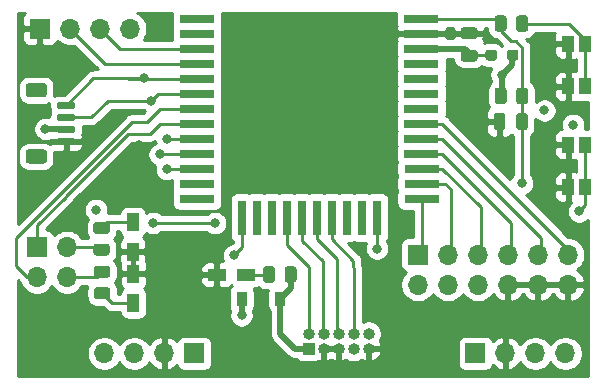
<source format=gbr>
%TF.GenerationSoftware,KiCad,Pcbnew,5.1.9-73d0e3b20d~88~ubuntu20.04.1*%
%TF.CreationDate,2021-02-15T14:30:30+00:00*%
%TF.ProjectId,daughter_board,64617567-6874-4657-925f-626f6172642e,rev?*%
%TF.SameCoordinates,Original*%
%TF.FileFunction,Copper,L1,Top*%
%TF.FilePolarity,Positive*%
%FSLAX46Y46*%
G04 Gerber Fmt 4.6, Leading zero omitted, Abs format (unit mm)*
G04 Created by KiCad (PCBNEW 5.1.9-73d0e3b20d~88~ubuntu20.04.1) date 2021-02-15 14:30:30*
%MOMM*%
%LPD*%
G01*
G04 APERTURE LIST*
%TA.AperFunction,SMDPad,CuDef*%
%ADD10R,1.500000X1.000000*%
%TD*%
%TA.AperFunction,SMDPad,CuDef*%
%ADD11R,1.000000X1.500000*%
%TD*%
%TA.AperFunction,ComponentPad*%
%ADD12O,1.700000X1.700000*%
%TD*%
%TA.AperFunction,ComponentPad*%
%ADD13R,1.700000X1.700000*%
%TD*%
%TA.AperFunction,SMDPad,CuDef*%
%ADD14R,1.050000X1.400000*%
%TD*%
%TA.AperFunction,SMDPad,CuDef*%
%ADD15R,0.914400X1.219200*%
%TD*%
%TA.AperFunction,ComponentPad*%
%ADD16O,1.000000X1.000000*%
%TD*%
%TA.AperFunction,ComponentPad*%
%ADD17R,1.000000X1.000000*%
%TD*%
%TA.AperFunction,SMDPad,CuDef*%
%ADD18R,3.000000X0.800000*%
%TD*%
%TA.AperFunction,SMDPad,CuDef*%
%ADD19R,0.800000X3.000000*%
%TD*%
%TA.AperFunction,ViaPad*%
%ADD20C,0.800000*%
%TD*%
%TA.AperFunction,Conductor*%
%ADD21C,0.250000*%
%TD*%
%TA.AperFunction,Conductor*%
%ADD22C,0.500000*%
%TD*%
%TA.AperFunction,Conductor*%
%ADD23C,0.254000*%
%TD*%
%TA.AperFunction,Conductor*%
%ADD24C,0.150000*%
%TD*%
G04 APERTURE END LIST*
D10*
%TO.P,D3,1*%
%TO.N,GND*%
X125000000Y-120750000D03*
%TO.P,D3,2*%
%TO.N,Net-(D3-Pad2)*%
X127500000Y-120750000D03*
%TD*%
D11*
%TO.P,D2,1*%
%TO.N,GND*%
X117950000Y-120650000D03*
%TO.P,D2,2*%
%TO.N,Net-(D2-Pad2)*%
X117950000Y-123150000D03*
%TD*%
%TO.P,D1,1*%
%TO.N,GND*%
X117900000Y-118800000D03*
%TO.P,D1,2*%
%TO.N,Net-(D1-Pad2)*%
X117900000Y-116300000D03*
%TD*%
%TO.P,STEMMA1,MP*%
%TO.N,N/C*%
%TA.AperFunction,SMDPad,CuDef*%
G36*
G01*
X110375001Y-105725000D02*
X109074999Y-105725000D01*
G75*
G02*
X108825000Y-105475001I0J249999D01*
G01*
X108825000Y-104774999D01*
G75*
G02*
X109074999Y-104525000I249999J0D01*
G01*
X110375001Y-104525000D01*
G75*
G02*
X110625000Y-104774999I0J-249999D01*
G01*
X110625000Y-105475001D01*
G75*
G02*
X110375001Y-105725000I-249999J0D01*
G01*
G37*
%TD.AperFunction*%
%TA.AperFunction,SMDPad,CuDef*%
G36*
G01*
X110375001Y-111325000D02*
X109074999Y-111325000D01*
G75*
G02*
X108825000Y-111075001I0J249999D01*
G01*
X108825000Y-110374999D01*
G75*
G02*
X109074999Y-110125000I249999J0D01*
G01*
X110375001Y-110125000D01*
G75*
G02*
X110625000Y-110374999I0J-249999D01*
G01*
X110625000Y-111075001D01*
G75*
G02*
X110375001Y-111325000I-249999J0D01*
G01*
G37*
%TD.AperFunction*%
%TO.P,STEMMA1,4*%
%TO.N,/SCL*%
%TA.AperFunction,SMDPad,CuDef*%
G36*
G01*
X112875000Y-106725000D02*
X111625000Y-106725000D01*
G75*
G02*
X111475000Y-106575000I0J150000D01*
G01*
X111475000Y-106275000D01*
G75*
G02*
X111625000Y-106125000I150000J0D01*
G01*
X112875000Y-106125000D01*
G75*
G02*
X113025000Y-106275000I0J-150000D01*
G01*
X113025000Y-106575000D01*
G75*
G02*
X112875000Y-106725000I-150000J0D01*
G01*
G37*
%TD.AperFunction*%
%TO.P,STEMMA1,3*%
%TO.N,/SDA*%
%TA.AperFunction,SMDPad,CuDef*%
G36*
G01*
X112875000Y-107725000D02*
X111625000Y-107725000D01*
G75*
G02*
X111475000Y-107575000I0J150000D01*
G01*
X111475000Y-107275000D01*
G75*
G02*
X111625000Y-107125000I150000J0D01*
G01*
X112875000Y-107125000D01*
G75*
G02*
X113025000Y-107275000I0J-150000D01*
G01*
X113025000Y-107575000D01*
G75*
G02*
X112875000Y-107725000I-150000J0D01*
G01*
G37*
%TD.AperFunction*%
%TO.P,STEMMA1,2*%
%TO.N,VDD*%
%TA.AperFunction,SMDPad,CuDef*%
G36*
G01*
X112875000Y-108725000D02*
X111625000Y-108725000D01*
G75*
G02*
X111475000Y-108575000I0J150000D01*
G01*
X111475000Y-108275000D01*
G75*
G02*
X111625000Y-108125000I150000J0D01*
G01*
X112875000Y-108125000D01*
G75*
G02*
X113025000Y-108275000I0J-150000D01*
G01*
X113025000Y-108575000D01*
G75*
G02*
X112875000Y-108725000I-150000J0D01*
G01*
G37*
%TD.AperFunction*%
%TO.P,STEMMA1,1*%
%TO.N,GND*%
%TA.AperFunction,SMDPad,CuDef*%
G36*
G01*
X112875000Y-109725000D02*
X111625000Y-109725000D01*
G75*
G02*
X111475000Y-109575000I0J150000D01*
G01*
X111475000Y-109275000D01*
G75*
G02*
X111625000Y-109125000I150000J0D01*
G01*
X112875000Y-109125000D01*
G75*
G02*
X113025000Y-109275000I0J-150000D01*
G01*
X113025000Y-109575000D01*
G75*
G02*
X112875000Y-109725000I-150000J0D01*
G01*
G37*
%TD.AperFunction*%
%TD*%
D12*
%TO.P,J5,12*%
%TO.N,GND*%
X154735000Y-121590000D03*
%TO.P,J5,11*%
%TO.N,Net-(J5-Pad11)*%
X154735000Y-119050000D03*
%TO.P,J5,10*%
%TO.N,GND*%
X152195000Y-121590000D03*
%TO.P,J5,9*%
%TO.N,Net-(J5-Pad9)*%
X152195000Y-119050000D03*
%TO.P,J5,8*%
%TO.N,GND*%
X149655000Y-121590000D03*
%TO.P,J5,7*%
%TO.N,Net-(J5-Pad7)*%
X149655000Y-119050000D03*
%TO.P,J5,6*%
%TO.N,VDD*%
X147115000Y-121590000D03*
%TO.P,J5,5*%
%TO.N,Net-(J5-Pad5)*%
X147115000Y-119050000D03*
%TO.P,J5,4*%
%TO.N,VDD*%
X144575000Y-121590000D03*
%TO.P,J5,3*%
%TO.N,Net-(J5-Pad3)*%
X144575000Y-119050000D03*
%TO.P,J5,2*%
%TO.N,VDD*%
X142035000Y-121590000D03*
D13*
%TO.P,J5,1*%
%TO.N,Net-(J5-Pad1)*%
X142035000Y-119050000D03*
%TD*%
D12*
%TO.P,J2,4*%
%TO.N,Net-(J2-Pad4)*%
X112315000Y-120940000D03*
%TO.P,J2,3*%
%TO.N,/RLED*%
X109775000Y-120940000D03*
%TO.P,J2,2*%
%TO.N,Net-(J2-Pad2)*%
X112315000Y-118400000D03*
D13*
%TO.P,J2,1*%
%TO.N,/GLED*%
X109775000Y-118400000D03*
%TD*%
D12*
%TO.P,APDS9930,4*%
%TO.N,/SDA*%
X115480000Y-127400000D03*
%TO.P,APDS9930,3*%
%TO.N,/SCL*%
X118020000Y-127400000D03*
%TO.P,APDS9930,2*%
%TO.N,GND*%
X120560000Y-127400000D03*
D13*
%TO.P,APDS9930,1*%
%TO.N,VDD*%
X123100000Y-127400000D03*
%TD*%
%TO.P,R1,2*%
%TO.N,VDD*%
%TA.AperFunction,SMDPad,CuDef*%
G36*
G01*
X149550000Y-105149998D02*
X149550000Y-106050002D01*
G75*
G02*
X149300002Y-106300000I-249998J0D01*
G01*
X148774998Y-106300000D01*
G75*
G02*
X148525000Y-106050002I0J249998D01*
G01*
X148525000Y-105149998D01*
G75*
G02*
X148774998Y-104900000I249998J0D01*
G01*
X149300002Y-104900000D01*
G75*
G02*
X149550000Y-105149998I0J-249998D01*
G01*
G37*
%TD.AperFunction*%
%TO.P,R1,1*%
%TO.N,/XDS_RESET*%
%TA.AperFunction,SMDPad,CuDef*%
G36*
G01*
X151375000Y-105149998D02*
X151375000Y-106050002D01*
G75*
G02*
X151125002Y-106300000I-249998J0D01*
G01*
X150599998Y-106300000D01*
G75*
G02*
X150350000Y-106050002I0J249998D01*
G01*
X150350000Y-105149998D01*
G75*
G02*
X150599998Y-104900000I249998J0D01*
G01*
X151125002Y-104900000D01*
G75*
G02*
X151375000Y-105149998I0J-249998D01*
G01*
G37*
%TD.AperFunction*%
%TD*%
%TO.P,C3,2*%
%TO.N,GND*%
%TA.AperFunction,SMDPad,CuDef*%
G36*
G01*
X149450000Y-107300000D02*
X149450000Y-108250000D01*
G75*
G02*
X149200000Y-108500000I-250000J0D01*
G01*
X148700000Y-108500000D01*
G75*
G02*
X148450000Y-108250000I0J250000D01*
G01*
X148450000Y-107300000D01*
G75*
G02*
X148700000Y-107050000I250000J0D01*
G01*
X149200000Y-107050000D01*
G75*
G02*
X149450000Y-107300000I0J-250000D01*
G01*
G37*
%TD.AperFunction*%
%TO.P,C3,1*%
%TO.N,/XDS_RESET*%
%TA.AperFunction,SMDPad,CuDef*%
G36*
G01*
X151350000Y-107300000D02*
X151350000Y-108250000D01*
G75*
G02*
X151100000Y-108500000I-250000J0D01*
G01*
X150600000Y-108500000D01*
G75*
G02*
X150350000Y-108250000I0J250000D01*
G01*
X150350000Y-107300000D01*
G75*
G02*
X150600000Y-107050000I250000J0D01*
G01*
X151100000Y-107050000D01*
G75*
G02*
X151350000Y-107300000I0J-250000D01*
G01*
G37*
%TD.AperFunction*%
%TD*%
D14*
%TO.P,SW2,1*%
%TO.N,GND*%
X154750000Y-104800000D03*
%TO.P,SW2,1'*%
X154750000Y-101200000D03*
%TO.P,SW2,2*%
%TO.N,Net-(R4-Pad1)*%
X156200000Y-104800000D03*
%TO.P,SW2,2'*%
X156200000Y-101200000D03*
%TD*%
%TO.P,SW1,1*%
%TO.N,GND*%
X154750000Y-113325000D03*
%TO.P,SW1,1'*%
X154750000Y-109725000D03*
%TO.P,SW1,2*%
%TO.N,Net-(R2-Pad1)*%
X156200000Y-113325000D03*
%TO.P,SW1,2'*%
X156200000Y-109725000D03*
%TD*%
%TO.P,FB1,2*%
%TO.N,Net-(C2-Pad1)*%
%TA.AperFunction,SMDPad,CuDef*%
G36*
G01*
X148725000Y-101912500D02*
X148725000Y-102387500D01*
G75*
G02*
X148487500Y-102625000I-237500J0D01*
G01*
X147987500Y-102625000D01*
G75*
G02*
X147750000Y-102387500I0J237500D01*
G01*
X147750000Y-101912500D01*
G75*
G02*
X147987500Y-101675000I237500J0D01*
G01*
X148487500Y-101675000D01*
G75*
G02*
X148725000Y-101912500I0J-237500D01*
G01*
G37*
%TD.AperFunction*%
%TO.P,FB1,1*%
%TO.N,VDD*%
%TA.AperFunction,SMDPad,CuDef*%
G36*
G01*
X150550000Y-101912500D02*
X150550000Y-102387500D01*
G75*
G02*
X150312500Y-102625000I-237500J0D01*
G01*
X149812500Y-102625000D01*
G75*
G02*
X149575000Y-102387500I0J237500D01*
G01*
X149575000Y-101912500D01*
G75*
G02*
X149812500Y-101675000I237500J0D01*
G01*
X150312500Y-101675000D01*
G75*
G02*
X150550000Y-101912500I0J-237500D01*
G01*
G37*
%TD.AperFunction*%
%TD*%
D15*
%TO.P,D4,1*%
%TO.N,VCC*%
X130388300Y-122775000D03*
%TO.P,D4,2*%
%TO.N,VDD*%
X127111700Y-122775000D03*
%TD*%
D12*
%TO.P,AHT10,4*%
%TO.N,/SDA*%
X154520000Y-127400000D03*
%TO.P,AHT10,3*%
%TO.N,/SCL*%
X151980000Y-127400000D03*
%TO.P,AHT10,2*%
%TO.N,GND*%
X149440000Y-127400000D03*
D13*
%TO.P,AHT10,1*%
%TO.N,VDD*%
X146900000Y-127400000D03*
%TD*%
D16*
%TO.P,J3,10*%
%TO.N,/XDS_RESET*%
X137855000Y-125730000D03*
%TO.P,J3,9*%
%TO.N,GND*%
X137855000Y-127000000D03*
%TO.P,J3,8*%
%TO.N,/XDS_TDI*%
X136585000Y-125730000D03*
%TO.P,J3,7*%
%TO.N,N/C*%
X136585000Y-127000000D03*
%TO.P,J3,6*%
%TO.N,/XDS_TDO*%
X135315000Y-125730000D03*
%TO.P,J3,5*%
%TO.N,GND*%
X135315000Y-127000000D03*
%TO.P,J3,4*%
%TO.N,/XDS_TCK*%
X134045000Y-125730000D03*
%TO.P,J3,3*%
%TO.N,GND*%
X134045000Y-127000000D03*
%TO.P,J3,2*%
%TO.N,/XDS-TMS*%
X132775000Y-125730000D03*
D17*
%TO.P,J3,1*%
%TO.N,VCC*%
X132775000Y-127000000D03*
%TD*%
%TO.P,R7,2*%
%TO.N,VCC*%
%TA.AperFunction,SMDPad,CuDef*%
G36*
G01*
X130750000Y-121175002D02*
X130750000Y-120274998D01*
G75*
G02*
X130999998Y-120025000I249998J0D01*
G01*
X131525002Y-120025000D01*
G75*
G02*
X131775000Y-120274998I0J-249998D01*
G01*
X131775000Y-121175002D01*
G75*
G02*
X131525002Y-121425000I-249998J0D01*
G01*
X130999998Y-121425000D01*
G75*
G02*
X130750000Y-121175002I0J249998D01*
G01*
G37*
%TD.AperFunction*%
%TO.P,R7,1*%
%TO.N,Net-(D3-Pad2)*%
%TA.AperFunction,SMDPad,CuDef*%
G36*
G01*
X128925000Y-121175002D02*
X128925000Y-120274998D01*
G75*
G02*
X129174998Y-120025000I249998J0D01*
G01*
X129700002Y-120025000D01*
G75*
G02*
X129950000Y-120274998I0J-249998D01*
G01*
X129950000Y-121175002D01*
G75*
G02*
X129700002Y-121425000I-249998J0D01*
G01*
X129174998Y-121425000D01*
G75*
G02*
X128925000Y-121175002I0J249998D01*
G01*
G37*
%TD.AperFunction*%
%TD*%
%TO.P,R6,2*%
%TO.N,Net-(J2-Pad4)*%
%TA.AperFunction,SMDPad,CuDef*%
G36*
G01*
X115750002Y-121000000D02*
X114849998Y-121000000D01*
G75*
G02*
X114600000Y-120750002I0J249998D01*
G01*
X114600000Y-120224998D01*
G75*
G02*
X114849998Y-119975000I249998J0D01*
G01*
X115750002Y-119975000D01*
G75*
G02*
X116000000Y-120224998I0J-249998D01*
G01*
X116000000Y-120750002D01*
G75*
G02*
X115750002Y-121000000I-249998J0D01*
G01*
G37*
%TD.AperFunction*%
%TO.P,R6,1*%
%TO.N,Net-(D2-Pad2)*%
%TA.AperFunction,SMDPad,CuDef*%
G36*
G01*
X115750002Y-122825000D02*
X114849998Y-122825000D01*
G75*
G02*
X114600000Y-122575002I0J249998D01*
G01*
X114600000Y-122049998D01*
G75*
G02*
X114849998Y-121800000I249998J0D01*
G01*
X115750002Y-121800000D01*
G75*
G02*
X116000000Y-122049998I0J-249998D01*
G01*
X116000000Y-122575002D01*
G75*
G02*
X115750002Y-122825000I-249998J0D01*
G01*
G37*
%TD.AperFunction*%
%TD*%
%TO.P,R5,2*%
%TO.N,Net-(J2-Pad2)*%
%TA.AperFunction,SMDPad,CuDef*%
G36*
G01*
X114799998Y-118100000D02*
X115700002Y-118100000D01*
G75*
G02*
X115950000Y-118349998I0J-249998D01*
G01*
X115950000Y-118875002D01*
G75*
G02*
X115700002Y-119125000I-249998J0D01*
G01*
X114799998Y-119125000D01*
G75*
G02*
X114550000Y-118875002I0J249998D01*
G01*
X114550000Y-118349998D01*
G75*
G02*
X114799998Y-118100000I249998J0D01*
G01*
G37*
%TD.AperFunction*%
%TO.P,R5,1*%
%TO.N,Net-(D1-Pad2)*%
%TA.AperFunction,SMDPad,CuDef*%
G36*
G01*
X114799998Y-116275000D02*
X115700002Y-116275000D01*
G75*
G02*
X115950000Y-116524998I0J-249998D01*
G01*
X115950000Y-117050002D01*
G75*
G02*
X115700002Y-117300000I-249998J0D01*
G01*
X114799998Y-117300000D01*
G75*
G02*
X114550000Y-117050002I0J249998D01*
G01*
X114550000Y-116524998D01*
G75*
G02*
X114799998Y-116275000I249998J0D01*
G01*
G37*
%TD.AperFunction*%
%TD*%
%TO.P,R4,2*%
%TO.N,/XDS_RESET*%
%TA.AperFunction,SMDPad,CuDef*%
G36*
G01*
X149550000Y-99024998D02*
X149550000Y-99925002D01*
G75*
G02*
X149300002Y-100175000I-249998J0D01*
G01*
X148774998Y-100175000D01*
G75*
G02*
X148525000Y-99925002I0J249998D01*
G01*
X148525000Y-99024998D01*
G75*
G02*
X148774998Y-98775000I249998J0D01*
G01*
X149300002Y-98775000D01*
G75*
G02*
X149550000Y-99024998I0J-249998D01*
G01*
G37*
%TD.AperFunction*%
%TO.P,R4,1*%
%TO.N,Net-(R4-Pad1)*%
%TA.AperFunction,SMDPad,CuDef*%
G36*
G01*
X151375000Y-99024998D02*
X151375000Y-99925002D01*
G75*
G02*
X151125002Y-100175000I-249998J0D01*
G01*
X150599998Y-100175000D01*
G75*
G02*
X150350000Y-99925002I0J249998D01*
G01*
X150350000Y-99024998D01*
G75*
G02*
X150599998Y-98775000I249998J0D01*
G01*
X151125002Y-98775000D01*
G75*
G02*
X151375000Y-99024998I0J-249998D01*
G01*
G37*
%TD.AperFunction*%
%TD*%
D12*
%TO.P,J1,4*%
%TO.N,VDD*%
X117645000Y-99900000D03*
%TO.P,J1,3*%
%TO.N,/UART_RXD*%
X115105000Y-99900000D03*
%TO.P,J1,2*%
%TO.N,/UART_TXD*%
X112565000Y-99900000D03*
D13*
%TO.P,J1,1*%
%TO.N,GND*%
X110025000Y-99900000D03*
%TD*%
%TO.P,C2,2*%
%TO.N,GND*%
%TA.AperFunction,SMDPad,CuDef*%
G36*
G01*
X146850000Y-100800000D02*
X145900000Y-100800000D01*
G75*
G02*
X145650000Y-100550000I0J250000D01*
G01*
X145650000Y-100050000D01*
G75*
G02*
X145900000Y-99800000I250000J0D01*
G01*
X146850000Y-99800000D01*
G75*
G02*
X147100000Y-100050000I0J-250000D01*
G01*
X147100000Y-100550000D01*
G75*
G02*
X146850000Y-100800000I-250000J0D01*
G01*
G37*
%TD.AperFunction*%
%TO.P,C2,1*%
%TO.N,Net-(C2-Pad1)*%
%TA.AperFunction,SMDPad,CuDef*%
G36*
G01*
X146850000Y-102700000D02*
X145900000Y-102700000D01*
G75*
G02*
X145650000Y-102450000I0J250000D01*
G01*
X145650000Y-101950000D01*
G75*
G02*
X145900000Y-101700000I250000J0D01*
G01*
X146850000Y-101700000D01*
G75*
G02*
X147100000Y-101950000I0J-250000D01*
G01*
X147100000Y-102450000D01*
G75*
G02*
X146850000Y-102700000I-250000J0D01*
G01*
G37*
%TD.AperFunction*%
%TD*%
D18*
%TO.P,U3,36*%
%TO.N,/XDS_RESET*%
X142340000Y-99060000D03*
%TO.P,U3,35*%
%TO.N,GND*%
X142340000Y-100330000D03*
%TO.P,U3,34*%
%TO.N,Net-(C2-Pad1)*%
X142340000Y-101600000D03*
%TO.P,U3,33*%
%TO.N,N/C*%
X142340000Y-102870000D03*
%TO.P,U3,32*%
X142340000Y-104140000D03*
%TO.P,U3,31*%
X142340000Y-105410000D03*
%TO.P,U3,30*%
X142340000Y-106680000D03*
%TO.P,U3,29*%
%TO.N,Net-(J5-Pad11)*%
X142340000Y-107950000D03*
%TO.P,U3,28*%
%TO.N,Net-(J5-Pad9)*%
X142340000Y-109220000D03*
%TO.P,U3,27*%
%TO.N,Net-(J5-Pad7)*%
X142340000Y-110490000D03*
%TO.P,U3,13*%
%TO.N,N/C*%
X123350000Y-114300000D03*
D19*
%TO.P,U3,14*%
%TO.N,Net-(R2-Pad2)*%
X127140000Y-115900000D03*
D18*
%TO.P,U3,12*%
%TO.N,N/C*%
X123350000Y-113030000D03*
D19*
%TO.P,U3,15*%
X128410000Y-115900000D03*
D18*
%TO.P,U3,11*%
%TO.N,/SPI_SCLK*%
X123350000Y-111760000D03*
D19*
%TO.P,U3,16*%
%TO.N,N/C*%
X129680000Y-115900000D03*
D18*
%TO.P,U3,10*%
%TO.N,/SPI_MOSI*%
X123350000Y-110490000D03*
D19*
%TO.P,U3,17*%
%TO.N,/XDS-TMS*%
X130950000Y-115900000D03*
D18*
%TO.P,U3,9*%
%TO.N,/SPI_MISO*%
X123350000Y-109220000D03*
D19*
%TO.P,U3,23*%
%TO.N,/FLASH_CS*%
X138570000Y-115900000D03*
D18*
%TO.P,U3,8*%
%TO.N,/GLED*%
X123350000Y-107950000D03*
D19*
%TO.P,U3,18*%
%TO.N,/XDS_TCK*%
X132220000Y-115900000D03*
D18*
%TO.P,U3,7*%
%TO.N,/RLED*%
X123350000Y-106680000D03*
D19*
%TO.P,U3,19*%
%TO.N,/XDS_TDO*%
X133490000Y-115900000D03*
D18*
%TO.P,U3,6*%
%TO.N,/SDA*%
X123350000Y-105410000D03*
D19*
%TO.P,U3,20*%
%TO.N,/XDS_TDI*%
X134760000Y-115900000D03*
D18*
%TO.P,U3,5*%
%TO.N,/SCL*%
X123350000Y-104140000D03*
D19*
%TO.P,U3,21*%
%TO.N,N/C*%
X136030000Y-115900000D03*
D18*
%TO.P,U3,4*%
%TO.N,/UART_TXD*%
X123350000Y-102870000D03*
D19*
%TO.P,U3,22*%
%TO.N,N/C*%
X137300000Y-115900000D03*
D18*
%TO.P,U3,3*%
%TO.N,/UART_RXD*%
X123350000Y-101600000D03*
%TO.P,U3,24*%
%TO.N,Net-(J5-Pad1)*%
X142350000Y-114300000D03*
%TO.P,U3,2*%
%TO.N,N/C*%
X123350000Y-100330000D03*
%TO.P,U3,25*%
%TO.N,Net-(J5-Pad3)*%
X142350000Y-113030000D03*
%TO.P,U3,1*%
%TO.N,N/C*%
X123350000Y-99060000D03*
%TO.P,U3,26*%
%TO.N,Net-(J5-Pad5)*%
X142350000Y-111760000D03*
%TD*%
D20*
%TO.N,/XDS_RESET*%
X150850000Y-113000000D03*
%TO.N,GND*%
X149450000Y-111325000D03*
X119600000Y-119500000D03*
X109775000Y-126775000D03*
X113050000Y-123325000D03*
X127475000Y-126150000D03*
X142175000Y-126125000D03*
X152450000Y-100575000D03*
X152475000Y-111725000D03*
X138250000Y-123025000D03*
X127400000Y-100650000D03*
X112500000Y-103300000D03*
X135600000Y-101350000D03*
X129175000Y-111075000D03*
X136450000Y-111075000D03*
X144900000Y-103275000D03*
X152425000Y-103125000D03*
X132250000Y-105400000D03*
X139250000Y-104800000D03*
X118430000Y-109770000D03*
X109400000Y-114000000D03*
X154900000Y-124700000D03*
X139000000Y-108600000D03*
X128800000Y-107700000D03*
X126300000Y-103200000D03*
X120300000Y-99700000D03*
X147900000Y-100800000D03*
X139800000Y-100300000D03*
%TO.N,Net-(R2-Pad2)*%
X126450000Y-119100000D03*
%TO.N,/SPI_SCLK*%
X120775000Y-111800000D03*
%TO.N,/SPI_MOSI*%
X120175000Y-110550000D03*
%TO.N,/SPI_MISO*%
X120805000Y-109220000D03*
%TO.N,/FLASH_CS*%
X119625000Y-116350000D03*
X124860000Y-116375000D03*
X138575000Y-118525000D03*
%TO.N,/SDA*%
X119475000Y-106000000D03*
%TO.N,/SCL*%
X118825000Y-104125000D03*
%TO.N,VDD*%
X155175000Y-108050000D03*
X114800000Y-115250000D03*
X110500000Y-108400000D03*
X152738300Y-106836700D03*
X149125000Y-103825000D03*
X127111700Y-124188300D03*
%TO.N,Net-(R2-Pad1)*%
X155675000Y-115375000D03*
%TD*%
D21*
%TO.N,/XDS_RESET*%
X148622500Y-99060000D02*
X149037500Y-99475000D01*
X142340000Y-99060000D02*
X148622500Y-99060000D01*
X149037500Y-99475000D02*
X149037500Y-100087500D01*
X149037500Y-100087500D02*
X149900000Y-100950000D01*
X149900000Y-100950000D02*
X150300000Y-100950000D01*
X150300000Y-100950000D02*
X150875000Y-101525000D01*
X150862500Y-107762500D02*
X150850000Y-107775000D01*
X150862500Y-105600000D02*
X150862500Y-107762500D01*
X150862500Y-102187500D02*
X150862500Y-105600000D01*
X150875000Y-102175000D02*
X150862500Y-102187500D01*
X150875000Y-101525000D02*
X150875000Y-102175000D01*
X150850000Y-107775000D02*
X150850000Y-113000000D01*
%TO.N,GND*%
X144950000Y-103225000D02*
X144900000Y-103275000D01*
X144950000Y-103025000D02*
X144950000Y-103225000D01*
X152375000Y-103175000D02*
X152425000Y-103125000D01*
X152350000Y-103175000D02*
X152375000Y-103175000D01*
X142340000Y-100330000D02*
X146345000Y-100330000D01*
D22*
%TO.N,Net-(C2-Pad1)*%
X146025000Y-101600000D02*
X146575000Y-102150000D01*
X142340000Y-101600000D02*
X146025000Y-101600000D01*
D21*
X146575000Y-102150000D02*
X148237500Y-102150000D01*
%TO.N,Net-(R2-Pad2)*%
X127140000Y-118410000D02*
X126450000Y-119100000D01*
X127140000Y-115900000D02*
X127140000Y-118410000D01*
%TO.N,/SPI_SCLK*%
X120815000Y-111760000D02*
X120775000Y-111800000D01*
X123350000Y-111760000D02*
X120815000Y-111760000D01*
%TO.N,/SPI_MOSI*%
X123350000Y-110490000D02*
X120140000Y-110490000D01*
X120140000Y-110515000D02*
X120175000Y-110550000D01*
X120140000Y-110490000D02*
X120140000Y-110515000D01*
%TO.N,/XDS-TMS*%
X130950000Y-115900000D02*
X130950000Y-118225000D01*
X132775000Y-125730000D02*
X132775000Y-120050000D01*
X132775000Y-120050000D02*
X132575000Y-119850000D01*
X130950000Y-118225000D02*
X132575000Y-119850000D01*
%TO.N,/SPI_MISO*%
X123350000Y-109220000D02*
X120805000Y-109220000D01*
%TO.N,/FLASH_CS*%
X121575000Y-116375000D02*
X122250000Y-116375000D01*
X121575000Y-116375000D02*
X124860000Y-116375000D01*
X138575000Y-115905000D02*
X138570000Y-115900000D01*
X138575000Y-118525000D02*
X138575000Y-115905000D01*
X119650000Y-116375000D02*
X119625000Y-116350000D01*
X121575000Y-116375000D02*
X119650000Y-116375000D01*
%TO.N,/GLED*%
X120200000Y-107950000D02*
X123350000Y-107950000D01*
X119350000Y-108800000D02*
X120200000Y-107950000D01*
X117500000Y-108800000D02*
X119350000Y-108800000D01*
X112200000Y-114100000D02*
X117500000Y-108800000D01*
X112200000Y-114100000D02*
X112200000Y-114125000D01*
X109775000Y-116550000D02*
X109775000Y-118400000D01*
X112200000Y-114125000D02*
X109775000Y-116550000D01*
%TO.N,/XDS_TCK*%
X132220000Y-115900000D02*
X132220000Y-117845000D01*
X134045000Y-125730000D02*
X134000000Y-125775000D01*
X133975000Y-125750000D02*
X133975000Y-119600000D01*
X134000000Y-125775000D02*
X133975000Y-125750000D01*
X132220000Y-117845000D02*
X133975000Y-119600000D01*
%TO.N,/RLED*%
X108025000Y-120000000D02*
X108965000Y-120940000D01*
X108000000Y-117650000D02*
X108025000Y-117675000D01*
X117850000Y-107800000D02*
X108000000Y-117650000D01*
X108965000Y-120940000D02*
X109775000Y-120940000D01*
X119100000Y-107800000D02*
X117850000Y-107800000D01*
X108025000Y-117675000D02*
X108025000Y-120000000D01*
X120220000Y-106680000D02*
X119100000Y-107800000D01*
X123350000Y-106680000D02*
X120220000Y-106680000D01*
%TO.N,/XDS_TDI*%
X136585000Y-125730000D02*
X136585000Y-120135000D01*
X136585000Y-120135000D02*
X136575000Y-120125000D01*
X136575000Y-120125000D02*
X136575000Y-119550000D01*
X134760000Y-117735000D02*
X134760000Y-115900000D01*
X136575000Y-119550000D02*
X134760000Y-117735000D01*
%TO.N,/SDA*%
X123350000Y-105410000D02*
X120090000Y-105410000D01*
X120065000Y-105410000D02*
X120090000Y-105410000D01*
X119475000Y-106000000D02*
X120065000Y-105410000D01*
X115788802Y-106000000D02*
X119475000Y-106000000D01*
X114363802Y-107425000D02*
X115788802Y-106000000D01*
X112250000Y-107425000D02*
X114363802Y-107425000D01*
%TO.N,/SCL*%
X123350000Y-104140000D02*
X117485000Y-104140000D01*
X114550000Y-104125000D02*
X118825000Y-104125000D01*
X112250000Y-106425000D02*
X114550000Y-104125000D01*
%TO.N,/UART_TXD*%
X115535000Y-102870000D02*
X112565000Y-99900000D01*
X123350000Y-102870000D02*
X115535000Y-102870000D01*
%TO.N,/UART_RXD*%
X116805000Y-101600000D02*
X115105000Y-99900000D01*
X123350000Y-101600000D02*
X116805000Y-101600000D01*
D22*
%TO.N,VDD*%
X150000000Y-102200000D02*
X150000000Y-102250000D01*
X150000000Y-102950000D02*
X149125000Y-103825000D01*
X150000000Y-102200000D02*
X150000000Y-102950000D01*
X149125000Y-105512500D02*
X149037500Y-105600000D01*
X149125000Y-103825000D02*
X149125000Y-105512500D01*
X110500000Y-108400000D02*
X112450000Y-108400000D01*
X123386700Y-127113300D02*
X123100000Y-127400000D01*
X127111700Y-122775000D02*
X127111700Y-123388300D01*
X127111700Y-122775000D02*
X127111700Y-124188300D01*
D21*
%TO.N,Net-(R2-Pad1)*%
X155675000Y-115375000D02*
X156200000Y-114850000D01*
X156200000Y-114850000D02*
X156200000Y-113325000D01*
X156200000Y-113325000D02*
X156200000Y-109725000D01*
%TO.N,Net-(R4-Pad1)*%
X156200000Y-100850000D02*
X156200000Y-101200000D01*
X154825000Y-99475000D02*
X156200000Y-100850000D01*
X150862500Y-99475000D02*
X154825000Y-99475000D01*
X156200000Y-104800000D02*
X156200000Y-101200000D01*
%TO.N,Net-(D1-Pad2)*%
X115737500Y-116300000D02*
X115250000Y-116787500D01*
X117900000Y-116300000D02*
X115737500Y-116300000D01*
%TO.N,Net-(D2-Pad2)*%
X116137500Y-123150000D02*
X115300000Y-122312500D01*
X117950000Y-123150000D02*
X116137500Y-123150000D01*
%TO.N,Net-(D3-Pad2)*%
X129437500Y-120725000D02*
X127187500Y-120725000D01*
D22*
%TO.N,VCC*%
X130388300Y-122775000D02*
X130388300Y-125763300D01*
X131625000Y-127000000D02*
X132775000Y-127000000D01*
X130388300Y-125763300D02*
X131625000Y-127000000D01*
X131262500Y-121900800D02*
X130388300Y-122775000D01*
X131262500Y-120725000D02*
X131262500Y-121900800D01*
D21*
%TO.N,Net-(J2-Pad4)*%
X114847500Y-120940000D02*
X115300000Y-120487500D01*
X112315000Y-120940000D02*
X114847500Y-120940000D01*
%TO.N,Net-(J2-Pad2)*%
X115037500Y-118400000D02*
X115250000Y-118612500D01*
X112315000Y-118400000D02*
X115037500Y-118400000D01*
%TO.N,/XDS_TDO*%
X133490000Y-117740000D02*
X135164990Y-119414990D01*
X133490000Y-115900000D02*
X133490000Y-117740000D01*
X135164990Y-125579990D02*
X135315000Y-125730000D01*
X135164990Y-119414990D02*
X135164990Y-125579990D01*
%TO.N,Net-(J5-Pad5)*%
X144100000Y-111760000D02*
X147380000Y-115040000D01*
X147380000Y-115040000D02*
X147380000Y-119175000D01*
X142350000Y-111760000D02*
X144100000Y-111760000D01*
%TO.N,Net-(J5-Pad3)*%
X142350000Y-113030000D02*
X144355000Y-113030000D01*
X144840000Y-113515000D02*
X144840000Y-119175000D01*
X144355000Y-113030000D02*
X144840000Y-113515000D01*
%TO.N,Net-(J5-Pad1)*%
X142350000Y-119125000D02*
X142300000Y-119175000D01*
X142350000Y-114300000D02*
X142350000Y-119125000D01*
%TO.N,Net-(J5-Pad11)*%
X155000000Y-118860000D02*
X155000000Y-119175000D01*
X144090000Y-107950000D02*
X155000000Y-118860000D01*
X142340000Y-107950000D02*
X144090000Y-107950000D01*
%TO.N,Net-(J5-Pad9)*%
X152460000Y-117590000D02*
X152460000Y-119175000D01*
X144090000Y-109220000D02*
X152460000Y-117590000D01*
X142340000Y-109220000D02*
X144090000Y-109220000D01*
%TO.N,Net-(J5-Pad7)*%
X144090000Y-110490000D02*
X149920000Y-116320000D01*
X149920000Y-116320000D02*
X149920000Y-119175000D01*
X142340000Y-110490000D02*
X144090000Y-110490000D01*
%TD*%
D23*
%TO.N,GND*%
X140201928Y-98660000D02*
X140201928Y-99460000D01*
X140214188Y-99584482D01*
X140247713Y-99695000D01*
X140214188Y-99805518D01*
X140201928Y-99930000D01*
X140205000Y-100044250D01*
X140363750Y-100203000D01*
X142213000Y-100203000D01*
X142213000Y-100183000D01*
X142467000Y-100183000D01*
X142467000Y-100203000D01*
X144316250Y-100203000D01*
X144475000Y-100044250D01*
X144478072Y-99930000D01*
X144467238Y-99820000D01*
X145012215Y-99820000D01*
X145015000Y-100014250D01*
X145173750Y-100173000D01*
X146248000Y-100173000D01*
X146248000Y-100153000D01*
X146502000Y-100153000D01*
X146502000Y-100173000D01*
X147576250Y-100173000D01*
X147735000Y-100014250D01*
X147737785Y-99820000D01*
X147886928Y-99820000D01*
X147886928Y-99925002D01*
X147903992Y-100098256D01*
X147954528Y-100264852D01*
X148036595Y-100418387D01*
X148147038Y-100552962D01*
X148281613Y-100663405D01*
X148435148Y-100745472D01*
X148601744Y-100796008D01*
X148678796Y-100803597D01*
X149182197Y-101306999D01*
X149150000Y-101346232D01*
X149106623Y-101293377D01*
X148973942Y-101184488D01*
X148822567Y-101103577D01*
X148658316Y-101053752D01*
X148487500Y-101036928D01*
X147987500Y-101036928D01*
X147816684Y-101053752D01*
X147658783Y-101101651D01*
X147689502Y-101044180D01*
X147725812Y-100924482D01*
X147738072Y-100800000D01*
X147735000Y-100585750D01*
X147576250Y-100427000D01*
X146502000Y-100427000D01*
X146502000Y-100447000D01*
X146248000Y-100447000D01*
X146248000Y-100427000D01*
X145173750Y-100427000D01*
X145015000Y-100585750D01*
X145013147Y-100715000D01*
X144477669Y-100715000D01*
X144475000Y-100615750D01*
X144316250Y-100457000D01*
X142467000Y-100457000D01*
X142467000Y-100477000D01*
X142213000Y-100477000D01*
X142213000Y-100457000D01*
X140363750Y-100457000D01*
X140205000Y-100615750D01*
X140201928Y-100730000D01*
X140214188Y-100854482D01*
X140247713Y-100965000D01*
X140214188Y-101075518D01*
X140201928Y-101200000D01*
X140201928Y-102000000D01*
X140214188Y-102124482D01*
X140247713Y-102235000D01*
X140214188Y-102345518D01*
X140201928Y-102470000D01*
X140201928Y-103270000D01*
X140214188Y-103394482D01*
X140247713Y-103505000D01*
X140214188Y-103615518D01*
X140201928Y-103740000D01*
X140201928Y-104540000D01*
X140214188Y-104664482D01*
X140247713Y-104775000D01*
X140214188Y-104885518D01*
X140201928Y-105010000D01*
X140201928Y-105810000D01*
X140214188Y-105934482D01*
X140247713Y-106045000D01*
X140214188Y-106155518D01*
X140201928Y-106280000D01*
X140201928Y-107080000D01*
X140214188Y-107204482D01*
X140247713Y-107315000D01*
X140214188Y-107425518D01*
X140201928Y-107550000D01*
X140201928Y-108350000D01*
X140214188Y-108474482D01*
X140247713Y-108585000D01*
X140214188Y-108695518D01*
X140201928Y-108820000D01*
X140201928Y-109620000D01*
X140214188Y-109744482D01*
X140247713Y-109855000D01*
X140214188Y-109965518D01*
X140201928Y-110090000D01*
X140201928Y-110890000D01*
X140214188Y-111014482D01*
X140250498Y-111134180D01*
X140253324Y-111139468D01*
X140224188Y-111235518D01*
X140211928Y-111360000D01*
X140211928Y-112160000D01*
X140224188Y-112284482D01*
X140257713Y-112395000D01*
X140224188Y-112505518D01*
X140211928Y-112630000D01*
X140211928Y-113430000D01*
X140224188Y-113554482D01*
X140257713Y-113665000D01*
X140224188Y-113775518D01*
X140211928Y-113900000D01*
X140211928Y-114700000D01*
X140224188Y-114824482D01*
X140260498Y-114944180D01*
X140319463Y-115054494D01*
X140398815Y-115151185D01*
X140495506Y-115230537D01*
X140605820Y-115289502D01*
X140725518Y-115325812D01*
X140850000Y-115338072D01*
X141590000Y-115338072D01*
X141590001Y-117561928D01*
X141185000Y-117561928D01*
X141060518Y-117574188D01*
X140940820Y-117610498D01*
X140830506Y-117669463D01*
X140733815Y-117748815D01*
X140654463Y-117845506D01*
X140595498Y-117955820D01*
X140559188Y-118075518D01*
X140546928Y-118200000D01*
X140546928Y-119900000D01*
X140559188Y-120024482D01*
X140595498Y-120144180D01*
X140654463Y-120254494D01*
X140733815Y-120351185D01*
X140830506Y-120430537D01*
X140940820Y-120489502D01*
X141013380Y-120511513D01*
X140881525Y-120643368D01*
X140719010Y-120886589D01*
X140607068Y-121156842D01*
X140550000Y-121443740D01*
X140550000Y-121736260D01*
X140607068Y-122023158D01*
X140719010Y-122293411D01*
X140881525Y-122536632D01*
X141088368Y-122743475D01*
X141331589Y-122905990D01*
X141601842Y-123017932D01*
X141888740Y-123075000D01*
X142181260Y-123075000D01*
X142468158Y-123017932D01*
X142738411Y-122905990D01*
X142981632Y-122743475D01*
X143188475Y-122536632D01*
X143305000Y-122362240D01*
X143421525Y-122536632D01*
X143628368Y-122743475D01*
X143871589Y-122905990D01*
X144141842Y-123017932D01*
X144428740Y-123075000D01*
X144721260Y-123075000D01*
X145008158Y-123017932D01*
X145278411Y-122905990D01*
X145521632Y-122743475D01*
X145728475Y-122536632D01*
X145845000Y-122362240D01*
X145961525Y-122536632D01*
X146168368Y-122743475D01*
X146411589Y-122905990D01*
X146681842Y-123017932D01*
X146968740Y-123075000D01*
X147261260Y-123075000D01*
X147548158Y-123017932D01*
X147818411Y-122905990D01*
X148061632Y-122743475D01*
X148268475Y-122536632D01*
X148390195Y-122354466D01*
X148459822Y-122471355D01*
X148654731Y-122687588D01*
X148888080Y-122861641D01*
X149150901Y-122986825D01*
X149298110Y-123031476D01*
X149528000Y-122910155D01*
X149528000Y-121717000D01*
X149782000Y-121717000D01*
X149782000Y-122910155D01*
X150011890Y-123031476D01*
X150159099Y-122986825D01*
X150421920Y-122861641D01*
X150655269Y-122687588D01*
X150850178Y-122471355D01*
X150925000Y-122345745D01*
X150999822Y-122471355D01*
X151194731Y-122687588D01*
X151428080Y-122861641D01*
X151690901Y-122986825D01*
X151838110Y-123031476D01*
X152068000Y-122910155D01*
X152068000Y-121717000D01*
X152322000Y-121717000D01*
X152322000Y-122910155D01*
X152551890Y-123031476D01*
X152699099Y-122986825D01*
X152961920Y-122861641D01*
X153195269Y-122687588D01*
X153390178Y-122471355D01*
X153465000Y-122345745D01*
X153539822Y-122471355D01*
X153734731Y-122687588D01*
X153968080Y-122861641D01*
X154230901Y-122986825D01*
X154378110Y-123031476D01*
X154608000Y-122910155D01*
X154608000Y-121717000D01*
X154862000Y-121717000D01*
X154862000Y-122910155D01*
X155091890Y-123031476D01*
X155239099Y-122986825D01*
X155501920Y-122861641D01*
X155735269Y-122687588D01*
X155930178Y-122471355D01*
X156079157Y-122221252D01*
X156176481Y-121946891D01*
X156055814Y-121717000D01*
X154862000Y-121717000D01*
X154608000Y-121717000D01*
X152322000Y-121717000D01*
X152068000Y-121717000D01*
X149782000Y-121717000D01*
X149528000Y-121717000D01*
X149508000Y-121717000D01*
X149508000Y-121463000D01*
X149528000Y-121463000D01*
X149528000Y-121443000D01*
X149782000Y-121443000D01*
X149782000Y-121463000D01*
X152068000Y-121463000D01*
X152068000Y-121443000D01*
X152322000Y-121443000D01*
X152322000Y-121463000D01*
X154608000Y-121463000D01*
X154608000Y-121443000D01*
X154862000Y-121443000D01*
X154862000Y-121463000D01*
X156055814Y-121463000D01*
X156176481Y-121233109D01*
X156079157Y-120958748D01*
X155930178Y-120708645D01*
X155735269Y-120492412D01*
X155505594Y-120321100D01*
X155681632Y-120203475D01*
X155888475Y-119996632D01*
X156050990Y-119753411D01*
X156162932Y-119483158D01*
X156220000Y-119196260D01*
X156220000Y-118903740D01*
X156162932Y-118616842D01*
X156050990Y-118346589D01*
X155888475Y-118103368D01*
X155681632Y-117896525D01*
X155438411Y-117734010D01*
X155168158Y-117622068D01*
X154881260Y-117565000D01*
X154779802Y-117565000D01*
X151239802Y-114025000D01*
X153586928Y-114025000D01*
X153599188Y-114149482D01*
X153635498Y-114269180D01*
X153694463Y-114379494D01*
X153773815Y-114476185D01*
X153870506Y-114555537D01*
X153980820Y-114614502D01*
X154100518Y-114650812D01*
X154225000Y-114663072D01*
X154464250Y-114660000D01*
X154623000Y-114501250D01*
X154623000Y-113452000D01*
X153748750Y-113452000D01*
X153590000Y-113610750D01*
X153586928Y-114025000D01*
X151239802Y-114025000D01*
X151193002Y-113978200D01*
X151340256Y-113917205D01*
X151509774Y-113803937D01*
X151653937Y-113659774D01*
X151767205Y-113490256D01*
X151845226Y-113301898D01*
X151885000Y-113101939D01*
X151885000Y-112898061D01*
X151845226Y-112698102D01*
X151814946Y-112625000D01*
X153586928Y-112625000D01*
X153590000Y-113039250D01*
X153748750Y-113198000D01*
X154623000Y-113198000D01*
X154623000Y-112148750D01*
X154464250Y-111990000D01*
X154225000Y-111986928D01*
X154100518Y-111999188D01*
X153980820Y-112035498D01*
X153870506Y-112094463D01*
X153773815Y-112173815D01*
X153694463Y-112270506D01*
X153635498Y-112380820D01*
X153599188Y-112500518D01*
X153586928Y-112625000D01*
X151814946Y-112625000D01*
X151767205Y-112509744D01*
X151653937Y-112340226D01*
X151610000Y-112296289D01*
X151610000Y-110425000D01*
X153586928Y-110425000D01*
X153599188Y-110549482D01*
X153635498Y-110669180D01*
X153694463Y-110779494D01*
X153773815Y-110876185D01*
X153870506Y-110955537D01*
X153980820Y-111014502D01*
X154100518Y-111050812D01*
X154225000Y-111063072D01*
X154464250Y-111060000D01*
X154623000Y-110901250D01*
X154623000Y-109852000D01*
X153748750Y-109852000D01*
X153590000Y-110010750D01*
X153586928Y-110425000D01*
X151610000Y-110425000D01*
X151610000Y-108974770D01*
X151727962Y-108877962D01*
X151838405Y-108743386D01*
X151920472Y-108589850D01*
X151971008Y-108423254D01*
X151988072Y-108250000D01*
X151988072Y-107550183D01*
X152078526Y-107640637D01*
X152248044Y-107753905D01*
X152436402Y-107831926D01*
X152636361Y-107871700D01*
X152840239Y-107871700D01*
X153040198Y-107831926D01*
X153228556Y-107753905D01*
X153398074Y-107640637D01*
X153542237Y-107496474D01*
X153655505Y-107326956D01*
X153733526Y-107138598D01*
X153773300Y-106938639D01*
X153773300Y-106734761D01*
X153733526Y-106534802D01*
X153655505Y-106346444D01*
X153542237Y-106176926D01*
X153398074Y-106032763D01*
X153228556Y-105919495D01*
X153040198Y-105841474D01*
X152840239Y-105801700D01*
X152636361Y-105801700D01*
X152436402Y-105841474D01*
X152248044Y-105919495D01*
X152078526Y-106032763D01*
X152007804Y-106103485D01*
X152013072Y-106050002D01*
X152013072Y-105500000D01*
X153586928Y-105500000D01*
X153599188Y-105624482D01*
X153635498Y-105744180D01*
X153694463Y-105854494D01*
X153773815Y-105951185D01*
X153870506Y-106030537D01*
X153980820Y-106089502D01*
X154100518Y-106125812D01*
X154225000Y-106138072D01*
X154464250Y-106135000D01*
X154623000Y-105976250D01*
X154623000Y-104927000D01*
X153748750Y-104927000D01*
X153590000Y-105085750D01*
X153586928Y-105500000D01*
X152013072Y-105500000D01*
X152013072Y-105149998D01*
X151996008Y-104976744D01*
X151945472Y-104810148D01*
X151863405Y-104656613D01*
X151752962Y-104522038D01*
X151622500Y-104414970D01*
X151622500Y-104100000D01*
X153586928Y-104100000D01*
X153590000Y-104514250D01*
X153748750Y-104673000D01*
X154623000Y-104673000D01*
X154623000Y-103623750D01*
X154464250Y-103465000D01*
X154225000Y-103461928D01*
X154100518Y-103474188D01*
X153980820Y-103510498D01*
X153870506Y-103569463D01*
X153773815Y-103648815D01*
X153694463Y-103745506D01*
X153635498Y-103855820D01*
X153599188Y-103975518D01*
X153586928Y-104100000D01*
X151622500Y-104100000D01*
X151622500Y-102328941D01*
X151624003Y-102323986D01*
X151635000Y-102212333D01*
X151635000Y-102212325D01*
X151638676Y-102175000D01*
X151635000Y-102137675D01*
X151635000Y-101900000D01*
X153586928Y-101900000D01*
X153599188Y-102024482D01*
X153635498Y-102144180D01*
X153694463Y-102254494D01*
X153773815Y-102351185D01*
X153870506Y-102430537D01*
X153980820Y-102489502D01*
X154100518Y-102525812D01*
X154225000Y-102538072D01*
X154464250Y-102535000D01*
X154623000Y-102376250D01*
X154623000Y-101327000D01*
X153748750Y-101327000D01*
X153590000Y-101485750D01*
X153586928Y-101900000D01*
X151635000Y-101900000D01*
X151635000Y-101562325D01*
X151638676Y-101525000D01*
X151635000Y-101487675D01*
X151635000Y-101487667D01*
X151624003Y-101376014D01*
X151580546Y-101232753D01*
X151509974Y-101100724D01*
X151415001Y-100984999D01*
X151386004Y-100961202D01*
X151227754Y-100802952D01*
X151298256Y-100796008D01*
X151464852Y-100745472D01*
X151618387Y-100663405D01*
X151752962Y-100552962D01*
X151863405Y-100418387D01*
X151945472Y-100264852D01*
X151954527Y-100235000D01*
X153646627Y-100235000D01*
X153635498Y-100255820D01*
X153599188Y-100375518D01*
X153586928Y-100500000D01*
X153590000Y-100914250D01*
X153748750Y-101073000D01*
X154623000Y-101073000D01*
X154623000Y-101053000D01*
X154877000Y-101053000D01*
X154877000Y-101073000D01*
X154897000Y-101073000D01*
X154897000Y-101327000D01*
X154877000Y-101327000D01*
X154877000Y-102376250D01*
X155035750Y-102535000D01*
X155275000Y-102538072D01*
X155399482Y-102525812D01*
X155440001Y-102513521D01*
X155440000Y-103486479D01*
X155399482Y-103474188D01*
X155275000Y-103461928D01*
X155035750Y-103465000D01*
X154877000Y-103623750D01*
X154877000Y-104673000D01*
X154897000Y-104673000D01*
X154897000Y-104927000D01*
X154877000Y-104927000D01*
X154877000Y-105976250D01*
X155035750Y-106135000D01*
X155275000Y-106138072D01*
X155399482Y-106125812D01*
X155475000Y-106102904D01*
X155550518Y-106125812D01*
X155675000Y-106138072D01*
X156440001Y-106138072D01*
X156440001Y-108386928D01*
X156155716Y-108386928D01*
X156170226Y-108351898D01*
X156210000Y-108151939D01*
X156210000Y-107948061D01*
X156170226Y-107748102D01*
X156092205Y-107559744D01*
X155978937Y-107390226D01*
X155834774Y-107246063D01*
X155665256Y-107132795D01*
X155476898Y-107054774D01*
X155276939Y-107015000D01*
X155073061Y-107015000D01*
X154873102Y-107054774D01*
X154684744Y-107132795D01*
X154515226Y-107246063D01*
X154371063Y-107390226D01*
X154257795Y-107559744D01*
X154179774Y-107748102D01*
X154140000Y-107948061D01*
X154140000Y-108151939D01*
X154179774Y-108351898D01*
X154195488Y-108389835D01*
X154100518Y-108399188D01*
X153980820Y-108435498D01*
X153870506Y-108494463D01*
X153773815Y-108573815D01*
X153694463Y-108670506D01*
X153635498Y-108780820D01*
X153599188Y-108900518D01*
X153586928Y-109025000D01*
X153590000Y-109439250D01*
X153748750Y-109598000D01*
X154623000Y-109598000D01*
X154623000Y-109578000D01*
X154877000Y-109578000D01*
X154877000Y-109598000D01*
X154897000Y-109598000D01*
X154897000Y-109852000D01*
X154877000Y-109852000D01*
X154877000Y-110901250D01*
X155035750Y-111060000D01*
X155275000Y-111063072D01*
X155399482Y-111050812D01*
X155440001Y-111038521D01*
X155440000Y-112011479D01*
X155399482Y-111999188D01*
X155275000Y-111986928D01*
X155035750Y-111990000D01*
X154877000Y-112148750D01*
X154877000Y-113198000D01*
X154897000Y-113198000D01*
X154897000Y-113452000D01*
X154877000Y-113452000D01*
X154877000Y-114501250D01*
X154981020Y-114605270D01*
X154871063Y-114715226D01*
X154757795Y-114884744D01*
X154679774Y-115073102D01*
X154640000Y-115273061D01*
X154640000Y-115476939D01*
X154679774Y-115676898D01*
X154757795Y-115865256D01*
X154871063Y-116034774D01*
X155015226Y-116178937D01*
X155184744Y-116292205D01*
X155373102Y-116370226D01*
X155573061Y-116410000D01*
X155776939Y-116410000D01*
X155976898Y-116370226D01*
X156165256Y-116292205D01*
X156334774Y-116178937D01*
X156440000Y-116073711D01*
X156440000Y-119932418D01*
X156440001Y-119932428D01*
X156440000Y-129340000D01*
X108160000Y-129340000D01*
X108160000Y-127253740D01*
X113995000Y-127253740D01*
X113995000Y-127546260D01*
X114052068Y-127833158D01*
X114164010Y-128103411D01*
X114326525Y-128346632D01*
X114533368Y-128553475D01*
X114776589Y-128715990D01*
X115046842Y-128827932D01*
X115333740Y-128885000D01*
X115626260Y-128885000D01*
X115913158Y-128827932D01*
X116183411Y-128715990D01*
X116426632Y-128553475D01*
X116633475Y-128346632D01*
X116750000Y-128172240D01*
X116866525Y-128346632D01*
X117073368Y-128553475D01*
X117316589Y-128715990D01*
X117586842Y-128827932D01*
X117873740Y-128885000D01*
X118166260Y-128885000D01*
X118453158Y-128827932D01*
X118723411Y-128715990D01*
X118966632Y-128553475D01*
X119173475Y-128346632D01*
X119295195Y-128164466D01*
X119364822Y-128281355D01*
X119559731Y-128497588D01*
X119793080Y-128671641D01*
X120055901Y-128796825D01*
X120203110Y-128841476D01*
X120433000Y-128720155D01*
X120433000Y-127527000D01*
X120413000Y-127527000D01*
X120413000Y-127273000D01*
X120433000Y-127273000D01*
X120433000Y-126079845D01*
X120687000Y-126079845D01*
X120687000Y-127273000D01*
X120707000Y-127273000D01*
X120707000Y-127527000D01*
X120687000Y-127527000D01*
X120687000Y-128720155D01*
X120916890Y-128841476D01*
X121064099Y-128796825D01*
X121326920Y-128671641D01*
X121560269Y-128497588D01*
X121636034Y-128413534D01*
X121660498Y-128494180D01*
X121719463Y-128604494D01*
X121798815Y-128701185D01*
X121895506Y-128780537D01*
X122005820Y-128839502D01*
X122125518Y-128875812D01*
X122250000Y-128888072D01*
X123950000Y-128888072D01*
X124074482Y-128875812D01*
X124194180Y-128839502D01*
X124304494Y-128780537D01*
X124401185Y-128701185D01*
X124480537Y-128604494D01*
X124539502Y-128494180D01*
X124575812Y-128374482D01*
X124588072Y-128250000D01*
X124588072Y-126550000D01*
X124575812Y-126425518D01*
X124539502Y-126305820D01*
X124480537Y-126195506D01*
X124401185Y-126098815D01*
X124304494Y-126019463D01*
X124194180Y-125960498D01*
X124074482Y-125924188D01*
X123950000Y-125911928D01*
X122250000Y-125911928D01*
X122125518Y-125924188D01*
X122005820Y-125960498D01*
X121895506Y-126019463D01*
X121798815Y-126098815D01*
X121719463Y-126195506D01*
X121660498Y-126305820D01*
X121636034Y-126386466D01*
X121560269Y-126302412D01*
X121326920Y-126128359D01*
X121064099Y-126003175D01*
X120916890Y-125958524D01*
X120687000Y-126079845D01*
X120433000Y-126079845D01*
X120203110Y-125958524D01*
X120055901Y-126003175D01*
X119793080Y-126128359D01*
X119559731Y-126302412D01*
X119364822Y-126518645D01*
X119295195Y-126635534D01*
X119173475Y-126453368D01*
X118966632Y-126246525D01*
X118723411Y-126084010D01*
X118453158Y-125972068D01*
X118166260Y-125915000D01*
X117873740Y-125915000D01*
X117586842Y-125972068D01*
X117316589Y-126084010D01*
X117073368Y-126246525D01*
X116866525Y-126453368D01*
X116750000Y-126627760D01*
X116633475Y-126453368D01*
X116426632Y-126246525D01*
X116183411Y-126084010D01*
X115913158Y-125972068D01*
X115626260Y-125915000D01*
X115333740Y-125915000D01*
X115046842Y-125972068D01*
X114776589Y-126084010D01*
X114533368Y-126246525D01*
X114326525Y-126453368D01*
X114164010Y-126696589D01*
X114052068Y-126966842D01*
X113995000Y-127253740D01*
X108160000Y-127253740D01*
X108160000Y-121209802D01*
X108363835Y-121413637D01*
X108459010Y-121643411D01*
X108621525Y-121886632D01*
X108828368Y-122093475D01*
X109071589Y-122255990D01*
X109341842Y-122367932D01*
X109628740Y-122425000D01*
X109921260Y-122425000D01*
X110208158Y-122367932D01*
X110478411Y-122255990D01*
X110721632Y-122093475D01*
X110928475Y-121886632D01*
X111045000Y-121712240D01*
X111161525Y-121886632D01*
X111368368Y-122093475D01*
X111611589Y-122255990D01*
X111881842Y-122367932D01*
X112168740Y-122425000D01*
X112461260Y-122425000D01*
X112748158Y-122367932D01*
X113018411Y-122255990D01*
X113261632Y-122093475D01*
X113468475Y-121886632D01*
X113593178Y-121700000D01*
X114034952Y-121700000D01*
X114029528Y-121710148D01*
X113978992Y-121876744D01*
X113961928Y-122049998D01*
X113961928Y-122575002D01*
X113978992Y-122748256D01*
X114029528Y-122914852D01*
X114111595Y-123068387D01*
X114222038Y-123202962D01*
X114356613Y-123313405D01*
X114510148Y-123395472D01*
X114676744Y-123446008D01*
X114849998Y-123463072D01*
X115375770Y-123463072D01*
X115573701Y-123661003D01*
X115597499Y-123690001D01*
X115713224Y-123784974D01*
X115845253Y-123855546D01*
X115988514Y-123899003D01*
X116100167Y-123910000D01*
X116100177Y-123910000D01*
X116137500Y-123913676D01*
X116174823Y-123910000D01*
X116812913Y-123910000D01*
X116824188Y-124024482D01*
X116860498Y-124144180D01*
X116919463Y-124254494D01*
X116998815Y-124351185D01*
X117095506Y-124430537D01*
X117205820Y-124489502D01*
X117325518Y-124525812D01*
X117450000Y-124538072D01*
X118450000Y-124538072D01*
X118574482Y-124525812D01*
X118694180Y-124489502D01*
X118804494Y-124430537D01*
X118901185Y-124351185D01*
X118980537Y-124254494D01*
X119039502Y-124144180D01*
X119075812Y-124024482D01*
X119088072Y-123900000D01*
X119088072Y-122400000D01*
X119075812Y-122275518D01*
X119039502Y-122155820D01*
X118980537Y-122045506D01*
X118901185Y-121948815D01*
X118841704Y-121900000D01*
X118901185Y-121851185D01*
X118980537Y-121754494D01*
X119039502Y-121644180D01*
X119075812Y-121524482D01*
X119088072Y-121400000D01*
X119087080Y-121250000D01*
X123611928Y-121250000D01*
X123624188Y-121374482D01*
X123660498Y-121494180D01*
X123719463Y-121604494D01*
X123798815Y-121701185D01*
X123895506Y-121780537D01*
X124005820Y-121839502D01*
X124125518Y-121875812D01*
X124250000Y-121888072D01*
X124714250Y-121885000D01*
X124873000Y-121726250D01*
X124873000Y-120877000D01*
X123773750Y-120877000D01*
X123615000Y-121035750D01*
X123611928Y-121250000D01*
X119087080Y-121250000D01*
X119085000Y-120935750D01*
X118926250Y-120777000D01*
X118077000Y-120777000D01*
X118077000Y-120797000D01*
X117823000Y-120797000D01*
X117823000Y-120777000D01*
X116973750Y-120777000D01*
X116815000Y-120935750D01*
X116811928Y-121400000D01*
X116824188Y-121524482D01*
X116860498Y-121644180D01*
X116919463Y-121754494D01*
X116998815Y-121851185D01*
X117058296Y-121900000D01*
X116998815Y-121948815D01*
X116919463Y-122045506D01*
X116860498Y-122155820D01*
X116824188Y-122275518D01*
X116812913Y-122390000D01*
X116638072Y-122390000D01*
X116638072Y-122049998D01*
X116621008Y-121876744D01*
X116570472Y-121710148D01*
X116488405Y-121556613D01*
X116377962Y-121422038D01*
X116351109Y-121400000D01*
X116377962Y-121377962D01*
X116488405Y-121243387D01*
X116570472Y-121089852D01*
X116621008Y-120923256D01*
X116638072Y-120750002D01*
X116638072Y-120224998D01*
X116621008Y-120051744D01*
X116570472Y-119885148D01*
X116488405Y-119731613D01*
X116377962Y-119597038D01*
X116320647Y-119550000D01*
X116761928Y-119550000D01*
X116774188Y-119674482D01*
X116810498Y-119794180D01*
X116820506Y-119812903D01*
X116811928Y-119900000D01*
X116815000Y-120364250D01*
X116973750Y-120523000D01*
X117823000Y-120523000D01*
X117823000Y-119423750D01*
X117773000Y-119373750D01*
X117773000Y-118927000D01*
X118027000Y-118927000D01*
X118027000Y-120026250D01*
X118077000Y-120076250D01*
X118077000Y-120523000D01*
X118926250Y-120523000D01*
X119085000Y-120364250D01*
X119085756Y-120250000D01*
X123611928Y-120250000D01*
X123615000Y-120464250D01*
X123773750Y-120623000D01*
X124873000Y-120623000D01*
X124873000Y-119773750D01*
X125127000Y-119773750D01*
X125127000Y-120623000D01*
X125147000Y-120623000D01*
X125147000Y-120877000D01*
X125127000Y-120877000D01*
X125127000Y-121726250D01*
X125285750Y-121885000D01*
X125750000Y-121888072D01*
X125874482Y-121875812D01*
X125994180Y-121839502D01*
X126104494Y-121780537D01*
X126201185Y-121701185D01*
X126250000Y-121641704D01*
X126266771Y-121662139D01*
X126203315Y-121714215D01*
X126123963Y-121810906D01*
X126064998Y-121921220D01*
X126028688Y-122040918D01*
X126016428Y-122165400D01*
X126016428Y-123384600D01*
X126028688Y-123509082D01*
X126064998Y-123628780D01*
X126123963Y-123739094D01*
X126159537Y-123782441D01*
X126116474Y-123886402D01*
X126076700Y-124086361D01*
X126076700Y-124290239D01*
X126116474Y-124490198D01*
X126194495Y-124678556D01*
X126307763Y-124848074D01*
X126451926Y-124992237D01*
X126621444Y-125105505D01*
X126809802Y-125183526D01*
X127009761Y-125223300D01*
X127213639Y-125223300D01*
X127413598Y-125183526D01*
X127601956Y-125105505D01*
X127771474Y-124992237D01*
X127915637Y-124848074D01*
X128028905Y-124678556D01*
X128106926Y-124490198D01*
X128146700Y-124290239D01*
X128146700Y-124086361D01*
X128106926Y-123886402D01*
X128063863Y-123782441D01*
X128099437Y-123739094D01*
X128158402Y-123628780D01*
X128194712Y-123509082D01*
X128206972Y-123384600D01*
X128206972Y-122165400D01*
X128194712Y-122040918D01*
X128158402Y-121921220D01*
X128140684Y-121888072D01*
X128250000Y-121888072D01*
X128374482Y-121875812D01*
X128494180Y-121839502D01*
X128553152Y-121807980D01*
X128681613Y-121913405D01*
X128835148Y-121995472D01*
X129001744Y-122046008D01*
X129174998Y-122063072D01*
X129303106Y-122063072D01*
X129293028Y-122165400D01*
X129293028Y-123384600D01*
X129305288Y-123509082D01*
X129341598Y-123628780D01*
X129400563Y-123739094D01*
X129479915Y-123835785D01*
X129503300Y-123854977D01*
X129503301Y-125719821D01*
X129499019Y-125763300D01*
X129516105Y-125936790D01*
X129566712Y-126103613D01*
X129648890Y-126257359D01*
X129731768Y-126358346D01*
X129731771Y-126358349D01*
X129759484Y-126392117D01*
X129793251Y-126419829D01*
X130968470Y-127595049D01*
X130996183Y-127628817D01*
X131029951Y-127656530D01*
X131029953Y-127656532D01*
X131111578Y-127723520D01*
X131130941Y-127739411D01*
X131284687Y-127821589D01*
X131393159Y-127854494D01*
X131451509Y-127872195D01*
X131466306Y-127873652D01*
X131581523Y-127885000D01*
X131581531Y-127885000D01*
X131625000Y-127889281D01*
X131668469Y-127885000D01*
X131769499Y-127885000D01*
X131823815Y-127951185D01*
X131920506Y-128030537D01*
X132030820Y-128089502D01*
X132150518Y-128125812D01*
X132275000Y-128138072D01*
X133275000Y-128138072D01*
X133399482Y-128125812D01*
X133519180Y-128089502D01*
X133608180Y-128041930D01*
X133688136Y-128077446D01*
X133743126Y-128094119D01*
X133918000Y-127967954D01*
X133918000Y-127127000D01*
X134172000Y-127127000D01*
X134172000Y-127967954D01*
X134346874Y-128094119D01*
X134401864Y-128077446D01*
X134605206Y-127987123D01*
X134680000Y-127934361D01*
X134754794Y-127987123D01*
X134958136Y-128077446D01*
X135013126Y-128094119D01*
X135188000Y-127967954D01*
X135188000Y-127127000D01*
X134172000Y-127127000D01*
X133918000Y-127127000D01*
X133913072Y-127127000D01*
X133913072Y-126873000D01*
X133918000Y-126873000D01*
X133918000Y-126861974D01*
X133933212Y-126865000D01*
X134156788Y-126865000D01*
X134172000Y-126861974D01*
X134172000Y-126873000D01*
X135188000Y-126873000D01*
X135188000Y-126861974D01*
X135203212Y-126865000D01*
X135426788Y-126865000D01*
X135442000Y-126861974D01*
X135442000Y-126873000D01*
X135453026Y-126873000D01*
X135450000Y-126888212D01*
X135450000Y-127111788D01*
X135453026Y-127127000D01*
X135442000Y-127127000D01*
X135442000Y-127967954D01*
X135616874Y-128094119D01*
X135671864Y-128077446D01*
X135875206Y-127987123D01*
X135945342Y-127937647D01*
X136047376Y-128005824D01*
X136253933Y-128091383D01*
X136473212Y-128135000D01*
X136696788Y-128135000D01*
X136916067Y-128091383D01*
X137122624Y-128005824D01*
X137224658Y-127937647D01*
X137294794Y-127987123D01*
X137498136Y-128077446D01*
X137553126Y-128094119D01*
X137728000Y-127967954D01*
X137728000Y-127127000D01*
X137982000Y-127127000D01*
X137982000Y-127967954D01*
X138156874Y-128094119D01*
X138211864Y-128077446D01*
X138415206Y-127987123D01*
X138597020Y-127858865D01*
X138750318Y-127697601D01*
X138869210Y-127509529D01*
X138949126Y-127301876D01*
X138824129Y-127127000D01*
X137982000Y-127127000D01*
X137728000Y-127127000D01*
X137716974Y-127127000D01*
X137720000Y-127111788D01*
X137720000Y-126888212D01*
X137716974Y-126873000D01*
X137728000Y-126873000D01*
X137728000Y-126861974D01*
X137743212Y-126865000D01*
X137966788Y-126865000D01*
X137982000Y-126861974D01*
X137982000Y-126873000D01*
X138824129Y-126873000D01*
X138949126Y-126698124D01*
X138892120Y-126550000D01*
X145411928Y-126550000D01*
X145411928Y-128250000D01*
X145424188Y-128374482D01*
X145460498Y-128494180D01*
X145519463Y-128604494D01*
X145598815Y-128701185D01*
X145695506Y-128780537D01*
X145805820Y-128839502D01*
X145925518Y-128875812D01*
X146050000Y-128888072D01*
X147750000Y-128888072D01*
X147874482Y-128875812D01*
X147994180Y-128839502D01*
X148104494Y-128780537D01*
X148201185Y-128701185D01*
X148280537Y-128604494D01*
X148339502Y-128494180D01*
X148363966Y-128413534D01*
X148439731Y-128497588D01*
X148673080Y-128671641D01*
X148935901Y-128796825D01*
X149083110Y-128841476D01*
X149313000Y-128720155D01*
X149313000Y-127527000D01*
X149293000Y-127527000D01*
X149293000Y-127273000D01*
X149313000Y-127273000D01*
X149313000Y-126079845D01*
X149567000Y-126079845D01*
X149567000Y-127273000D01*
X149587000Y-127273000D01*
X149587000Y-127527000D01*
X149567000Y-127527000D01*
X149567000Y-128720155D01*
X149796890Y-128841476D01*
X149944099Y-128796825D01*
X150206920Y-128671641D01*
X150440269Y-128497588D01*
X150635178Y-128281355D01*
X150704805Y-128164466D01*
X150826525Y-128346632D01*
X151033368Y-128553475D01*
X151276589Y-128715990D01*
X151546842Y-128827932D01*
X151833740Y-128885000D01*
X152126260Y-128885000D01*
X152413158Y-128827932D01*
X152683411Y-128715990D01*
X152926632Y-128553475D01*
X153133475Y-128346632D01*
X153250000Y-128172240D01*
X153366525Y-128346632D01*
X153573368Y-128553475D01*
X153816589Y-128715990D01*
X154086842Y-128827932D01*
X154373740Y-128885000D01*
X154666260Y-128885000D01*
X154953158Y-128827932D01*
X155223411Y-128715990D01*
X155466632Y-128553475D01*
X155673475Y-128346632D01*
X155835990Y-128103411D01*
X155947932Y-127833158D01*
X156005000Y-127546260D01*
X156005000Y-127253740D01*
X155947932Y-126966842D01*
X155835990Y-126696589D01*
X155673475Y-126453368D01*
X155466632Y-126246525D01*
X155223411Y-126084010D01*
X154953158Y-125972068D01*
X154666260Y-125915000D01*
X154373740Y-125915000D01*
X154086842Y-125972068D01*
X153816589Y-126084010D01*
X153573368Y-126246525D01*
X153366525Y-126453368D01*
X153250000Y-126627760D01*
X153133475Y-126453368D01*
X152926632Y-126246525D01*
X152683411Y-126084010D01*
X152413158Y-125972068D01*
X152126260Y-125915000D01*
X151833740Y-125915000D01*
X151546842Y-125972068D01*
X151276589Y-126084010D01*
X151033368Y-126246525D01*
X150826525Y-126453368D01*
X150704805Y-126635534D01*
X150635178Y-126518645D01*
X150440269Y-126302412D01*
X150206920Y-126128359D01*
X149944099Y-126003175D01*
X149796890Y-125958524D01*
X149567000Y-126079845D01*
X149313000Y-126079845D01*
X149083110Y-125958524D01*
X148935901Y-126003175D01*
X148673080Y-126128359D01*
X148439731Y-126302412D01*
X148363966Y-126386466D01*
X148339502Y-126305820D01*
X148280537Y-126195506D01*
X148201185Y-126098815D01*
X148104494Y-126019463D01*
X147994180Y-125960498D01*
X147874482Y-125924188D01*
X147750000Y-125911928D01*
X146050000Y-125911928D01*
X145925518Y-125924188D01*
X145805820Y-125960498D01*
X145695506Y-126019463D01*
X145598815Y-126098815D01*
X145519463Y-126195506D01*
X145460498Y-126305820D01*
X145424188Y-126425518D01*
X145411928Y-126550000D01*
X138892120Y-126550000D01*
X138869210Y-126490471D01*
X138792744Y-126369512D01*
X138860824Y-126267624D01*
X138946383Y-126061067D01*
X138990000Y-125841788D01*
X138990000Y-125618212D01*
X138946383Y-125398933D01*
X138860824Y-125192376D01*
X138736612Y-125006480D01*
X138578520Y-124848388D01*
X138392624Y-124724176D01*
X138186067Y-124638617D01*
X137966788Y-124595000D01*
X137743212Y-124595000D01*
X137523933Y-124638617D01*
X137345000Y-124712734D01*
X137345000Y-120172322D01*
X137348676Y-120134999D01*
X137345000Y-120097677D01*
X137345000Y-120097667D01*
X137335000Y-119996137D01*
X137335000Y-119587333D01*
X137338677Y-119550000D01*
X137324003Y-119401014D01*
X137280546Y-119257753D01*
X137209974Y-119125724D01*
X137138799Y-119038997D01*
X137115001Y-119009999D01*
X137086003Y-118986201D01*
X136137873Y-118038072D01*
X136430000Y-118038072D01*
X136554482Y-118025812D01*
X136665000Y-117992287D01*
X136775518Y-118025812D01*
X136900000Y-118038072D01*
X137656416Y-118038072D01*
X137579774Y-118223102D01*
X137540000Y-118423061D01*
X137540000Y-118626939D01*
X137579774Y-118826898D01*
X137657795Y-119015256D01*
X137771063Y-119184774D01*
X137915226Y-119328937D01*
X138084744Y-119442205D01*
X138273102Y-119520226D01*
X138473061Y-119560000D01*
X138676939Y-119560000D01*
X138876898Y-119520226D01*
X139065256Y-119442205D01*
X139234774Y-119328937D01*
X139378937Y-119184774D01*
X139492205Y-119015256D01*
X139570226Y-118826898D01*
X139610000Y-118626939D01*
X139610000Y-118423061D01*
X139570226Y-118223102D01*
X139492205Y-118034744D01*
X139387840Y-117878550D01*
X139421185Y-117851185D01*
X139500537Y-117754494D01*
X139559502Y-117644180D01*
X139595812Y-117524482D01*
X139608072Y-117400000D01*
X139608072Y-114400000D01*
X139595812Y-114275518D01*
X139559502Y-114155820D01*
X139500537Y-114045506D01*
X139421185Y-113948815D01*
X139324494Y-113869463D01*
X139214180Y-113810498D01*
X139094482Y-113774188D01*
X138970000Y-113761928D01*
X138170000Y-113761928D01*
X138045518Y-113774188D01*
X137935000Y-113807713D01*
X137824482Y-113774188D01*
X137700000Y-113761928D01*
X136900000Y-113761928D01*
X136775518Y-113774188D01*
X136665000Y-113807713D01*
X136554482Y-113774188D01*
X136430000Y-113761928D01*
X135630000Y-113761928D01*
X135505518Y-113774188D01*
X135395000Y-113807713D01*
X135284482Y-113774188D01*
X135160000Y-113761928D01*
X134360000Y-113761928D01*
X134235518Y-113774188D01*
X134125000Y-113807713D01*
X134014482Y-113774188D01*
X133890000Y-113761928D01*
X133090000Y-113761928D01*
X132965518Y-113774188D01*
X132855000Y-113807713D01*
X132744482Y-113774188D01*
X132620000Y-113761928D01*
X131820000Y-113761928D01*
X131695518Y-113774188D01*
X131585000Y-113807713D01*
X131474482Y-113774188D01*
X131350000Y-113761928D01*
X130550000Y-113761928D01*
X130425518Y-113774188D01*
X130315000Y-113807713D01*
X130204482Y-113774188D01*
X130080000Y-113761928D01*
X129280000Y-113761928D01*
X129155518Y-113774188D01*
X129045000Y-113807713D01*
X128934482Y-113774188D01*
X128810000Y-113761928D01*
X128010000Y-113761928D01*
X127885518Y-113774188D01*
X127775000Y-113807713D01*
X127664482Y-113774188D01*
X127540000Y-113761928D01*
X126740000Y-113761928D01*
X126615518Y-113774188D01*
X126495820Y-113810498D01*
X126385506Y-113869463D01*
X126288815Y-113948815D01*
X126209463Y-114045506D01*
X126150498Y-114155820D01*
X126114188Y-114275518D01*
X126101928Y-114400000D01*
X126101928Y-117400000D01*
X126114188Y-117524482D01*
X126150498Y-117644180D01*
X126209463Y-117754494D01*
X126288815Y-117851185D01*
X126380001Y-117926019D01*
X126380001Y-118065000D01*
X126348061Y-118065000D01*
X126148102Y-118104774D01*
X125959744Y-118182795D01*
X125790226Y-118296063D01*
X125646063Y-118440226D01*
X125532795Y-118609744D01*
X125454774Y-118798102D01*
X125415000Y-118998061D01*
X125415000Y-119201939D01*
X125454774Y-119401898D01*
X125532795Y-119590256D01*
X125548168Y-119613264D01*
X125285750Y-119615000D01*
X125127000Y-119773750D01*
X124873000Y-119773750D01*
X124714250Y-119615000D01*
X124250000Y-119611928D01*
X124125518Y-119624188D01*
X124005820Y-119660498D01*
X123895506Y-119719463D01*
X123798815Y-119798815D01*
X123719463Y-119895506D01*
X123660498Y-120005820D01*
X123624188Y-120125518D01*
X123611928Y-120250000D01*
X119085756Y-120250000D01*
X119088072Y-119900000D01*
X119075812Y-119775518D01*
X119039502Y-119655820D01*
X119029494Y-119637097D01*
X119038072Y-119550000D01*
X119035000Y-119085750D01*
X118876250Y-118927000D01*
X118027000Y-118927000D01*
X117773000Y-118927000D01*
X116923750Y-118927000D01*
X116765000Y-119085750D01*
X116761928Y-119550000D01*
X116320647Y-119550000D01*
X116295646Y-119529483D01*
X116327962Y-119502962D01*
X116438405Y-119368387D01*
X116520472Y-119214852D01*
X116571008Y-119048256D01*
X116588072Y-118875002D01*
X116588072Y-118349998D01*
X116571008Y-118176744D01*
X116520472Y-118010148D01*
X116438405Y-117856613D01*
X116327962Y-117722038D01*
X116301109Y-117700000D01*
X116327962Y-117677962D01*
X116438405Y-117543387D01*
X116520472Y-117389852D01*
X116571008Y-117223256D01*
X116587087Y-117060000D01*
X116762913Y-117060000D01*
X116774188Y-117174482D01*
X116810498Y-117294180D01*
X116869463Y-117404494D01*
X116948815Y-117501185D01*
X117008296Y-117550000D01*
X116948815Y-117598815D01*
X116869463Y-117695506D01*
X116810498Y-117805820D01*
X116774188Y-117925518D01*
X116761928Y-118050000D01*
X116765000Y-118514250D01*
X116923750Y-118673000D01*
X117773000Y-118673000D01*
X117773000Y-118653000D01*
X118027000Y-118653000D01*
X118027000Y-118673000D01*
X118876250Y-118673000D01*
X119035000Y-118514250D01*
X119038072Y-118050000D01*
X119025812Y-117925518D01*
X118989502Y-117805820D01*
X118930537Y-117695506D01*
X118851185Y-117598815D01*
X118791704Y-117550000D01*
X118851185Y-117501185D01*
X118930537Y-117404494D01*
X118989502Y-117294180D01*
X119020783Y-117191059D01*
X119134744Y-117267205D01*
X119323102Y-117345226D01*
X119523061Y-117385000D01*
X119726939Y-117385000D01*
X119926898Y-117345226D01*
X120115256Y-117267205D01*
X120284774Y-117153937D01*
X120303711Y-117135000D01*
X124156289Y-117135000D01*
X124200226Y-117178937D01*
X124369744Y-117292205D01*
X124558102Y-117370226D01*
X124758061Y-117410000D01*
X124961939Y-117410000D01*
X125161898Y-117370226D01*
X125350256Y-117292205D01*
X125519774Y-117178937D01*
X125663937Y-117034774D01*
X125777205Y-116865256D01*
X125855226Y-116676898D01*
X125895000Y-116476939D01*
X125895000Y-116273061D01*
X125855226Y-116073102D01*
X125777205Y-115884744D01*
X125663937Y-115715226D01*
X125519774Y-115571063D01*
X125350256Y-115457795D01*
X125161898Y-115379774D01*
X124961939Y-115340000D01*
X124758061Y-115340000D01*
X124558102Y-115379774D01*
X124369744Y-115457795D01*
X124200226Y-115571063D01*
X124156289Y-115615000D01*
X120353711Y-115615000D01*
X120284774Y-115546063D01*
X120115256Y-115432795D01*
X119926898Y-115354774D01*
X119726939Y-115315000D01*
X119523061Y-115315000D01*
X119323102Y-115354774D01*
X119134744Y-115432795D01*
X119033210Y-115500637D01*
X119025812Y-115425518D01*
X118989502Y-115305820D01*
X118930537Y-115195506D01*
X118851185Y-115098815D01*
X118754494Y-115019463D01*
X118644180Y-114960498D01*
X118524482Y-114924188D01*
X118400000Y-114911928D01*
X117400000Y-114911928D01*
X117275518Y-114924188D01*
X117155820Y-114960498D01*
X117045506Y-115019463D01*
X116948815Y-115098815D01*
X116869463Y-115195506D01*
X116810498Y-115305820D01*
X116774188Y-115425518D01*
X116762913Y-115540000D01*
X115797593Y-115540000D01*
X115835000Y-115351939D01*
X115835000Y-115148061D01*
X115795226Y-114948102D01*
X115717205Y-114759744D01*
X115603937Y-114590226D01*
X115459774Y-114446063D01*
X115290256Y-114332795D01*
X115101898Y-114254774D01*
X114901939Y-114215000D01*
X114698061Y-114215000D01*
X114498102Y-114254774D01*
X114309744Y-114332795D01*
X114140226Y-114446063D01*
X113996063Y-114590226D01*
X113882795Y-114759744D01*
X113804774Y-114948102D01*
X113765000Y-115148061D01*
X113765000Y-115351939D01*
X113804774Y-115551898D01*
X113882795Y-115740256D01*
X113996063Y-115909774D01*
X114086976Y-116000687D01*
X114061595Y-116031613D01*
X113979528Y-116185148D01*
X113928992Y-116351744D01*
X113911928Y-116524998D01*
X113911928Y-117050002D01*
X113928992Y-117223256D01*
X113979528Y-117389852D01*
X114061595Y-117543387D01*
X114140883Y-117640000D01*
X113593178Y-117640000D01*
X113468475Y-117453368D01*
X113261632Y-117246525D01*
X113018411Y-117084010D01*
X112748158Y-116972068D01*
X112461260Y-116915000D01*
X112168740Y-116915000D01*
X111881842Y-116972068D01*
X111611589Y-117084010D01*
X111368368Y-117246525D01*
X111236513Y-117378380D01*
X111214502Y-117305820D01*
X111155537Y-117195506D01*
X111076185Y-117098815D01*
X110979494Y-117019463D01*
X110869180Y-116960498D01*
X110749482Y-116924188D01*
X110625000Y-116911928D01*
X110535000Y-116911928D01*
X110535000Y-116864801D01*
X112711003Y-114688799D01*
X112740001Y-114665001D01*
X112763799Y-114636003D01*
X112834974Y-114549277D01*
X112845825Y-114528976D01*
X117814802Y-109560000D01*
X119312678Y-109560000D01*
X119350000Y-109563676D01*
X119387322Y-109560000D01*
X119387333Y-109560000D01*
X119498986Y-109549003D01*
X119642247Y-109505546D01*
X119774276Y-109434974D01*
X119789929Y-109422128D01*
X119809774Y-109521898D01*
X119830672Y-109572349D01*
X119684744Y-109632795D01*
X119515226Y-109746063D01*
X119371063Y-109890226D01*
X119257795Y-110059744D01*
X119179774Y-110248102D01*
X119140000Y-110448061D01*
X119140000Y-110651939D01*
X119179774Y-110851898D01*
X119257795Y-111040256D01*
X119371063Y-111209774D01*
X119515226Y-111353937D01*
X119684744Y-111467205D01*
X119778218Y-111505924D01*
X119740000Y-111698061D01*
X119740000Y-111901939D01*
X119779774Y-112101898D01*
X119857795Y-112290256D01*
X119971063Y-112459774D01*
X120115226Y-112603937D01*
X120284744Y-112717205D01*
X120473102Y-112795226D01*
X120673061Y-112835000D01*
X120876939Y-112835000D01*
X121076898Y-112795226D01*
X121211928Y-112739294D01*
X121211928Y-113430000D01*
X121224188Y-113554482D01*
X121257713Y-113665000D01*
X121224188Y-113775518D01*
X121211928Y-113900000D01*
X121211928Y-114700000D01*
X121224188Y-114824482D01*
X121260498Y-114944180D01*
X121319463Y-115054494D01*
X121398815Y-115151185D01*
X121495506Y-115230537D01*
X121605820Y-115289502D01*
X121725518Y-115325812D01*
X121850000Y-115338072D01*
X124850000Y-115338072D01*
X124974482Y-115325812D01*
X125094180Y-115289502D01*
X125204494Y-115230537D01*
X125301185Y-115151185D01*
X125380537Y-115054494D01*
X125439502Y-114944180D01*
X125475812Y-114824482D01*
X125488072Y-114700000D01*
X125488072Y-113900000D01*
X125475812Y-113775518D01*
X125442287Y-113665000D01*
X125475812Y-113554482D01*
X125488072Y-113430000D01*
X125488072Y-112630000D01*
X125475812Y-112505518D01*
X125442287Y-112395000D01*
X125475812Y-112284482D01*
X125488072Y-112160000D01*
X125488072Y-111360000D01*
X125475812Y-111235518D01*
X125442287Y-111125000D01*
X125475812Y-111014482D01*
X125488072Y-110890000D01*
X125488072Y-110090000D01*
X125475812Y-109965518D01*
X125442287Y-109855000D01*
X125475812Y-109744482D01*
X125488072Y-109620000D01*
X125488072Y-108820000D01*
X125475812Y-108695518D01*
X125442287Y-108585000D01*
X125475812Y-108474482D01*
X125488072Y-108350000D01*
X125488072Y-107550000D01*
X125475812Y-107425518D01*
X125442287Y-107315000D01*
X125475812Y-107204482D01*
X125488072Y-107080000D01*
X125488072Y-106280000D01*
X125475812Y-106155518D01*
X125442287Y-106045000D01*
X125475812Y-105934482D01*
X125488072Y-105810000D01*
X125488072Y-105010000D01*
X125475812Y-104885518D01*
X125442287Y-104775000D01*
X125475812Y-104664482D01*
X125488072Y-104540000D01*
X125488072Y-103740000D01*
X125475812Y-103615518D01*
X125442287Y-103505000D01*
X125475812Y-103394482D01*
X125488072Y-103270000D01*
X125488072Y-102470000D01*
X125475812Y-102345518D01*
X125442287Y-102235000D01*
X125475812Y-102124482D01*
X125488072Y-102000000D01*
X125488072Y-101200000D01*
X125475812Y-101075518D01*
X125442287Y-100965000D01*
X125475812Y-100854482D01*
X125488072Y-100730000D01*
X125488072Y-99930000D01*
X125475812Y-99805518D01*
X125442287Y-99695000D01*
X125475812Y-99584482D01*
X125488072Y-99460000D01*
X125488072Y-98660000D01*
X125478223Y-98560000D01*
X140211777Y-98560000D01*
X140201928Y-98660000D01*
%TA.AperFunction,Conductor*%
D24*
G36*
X140201928Y-98660000D02*
G01*
X140201928Y-99460000D01*
X140214188Y-99584482D01*
X140247713Y-99695000D01*
X140214188Y-99805518D01*
X140201928Y-99930000D01*
X140205000Y-100044250D01*
X140363750Y-100203000D01*
X142213000Y-100203000D01*
X142213000Y-100183000D01*
X142467000Y-100183000D01*
X142467000Y-100203000D01*
X144316250Y-100203000D01*
X144475000Y-100044250D01*
X144478072Y-99930000D01*
X144467238Y-99820000D01*
X145012215Y-99820000D01*
X145015000Y-100014250D01*
X145173750Y-100173000D01*
X146248000Y-100173000D01*
X146248000Y-100153000D01*
X146502000Y-100153000D01*
X146502000Y-100173000D01*
X147576250Y-100173000D01*
X147735000Y-100014250D01*
X147737785Y-99820000D01*
X147886928Y-99820000D01*
X147886928Y-99925002D01*
X147903992Y-100098256D01*
X147954528Y-100264852D01*
X148036595Y-100418387D01*
X148147038Y-100552962D01*
X148281613Y-100663405D01*
X148435148Y-100745472D01*
X148601744Y-100796008D01*
X148678796Y-100803597D01*
X149182197Y-101306999D01*
X149150000Y-101346232D01*
X149106623Y-101293377D01*
X148973942Y-101184488D01*
X148822567Y-101103577D01*
X148658316Y-101053752D01*
X148487500Y-101036928D01*
X147987500Y-101036928D01*
X147816684Y-101053752D01*
X147658783Y-101101651D01*
X147689502Y-101044180D01*
X147725812Y-100924482D01*
X147738072Y-100800000D01*
X147735000Y-100585750D01*
X147576250Y-100427000D01*
X146502000Y-100427000D01*
X146502000Y-100447000D01*
X146248000Y-100447000D01*
X146248000Y-100427000D01*
X145173750Y-100427000D01*
X145015000Y-100585750D01*
X145013147Y-100715000D01*
X144477669Y-100715000D01*
X144475000Y-100615750D01*
X144316250Y-100457000D01*
X142467000Y-100457000D01*
X142467000Y-100477000D01*
X142213000Y-100477000D01*
X142213000Y-100457000D01*
X140363750Y-100457000D01*
X140205000Y-100615750D01*
X140201928Y-100730000D01*
X140214188Y-100854482D01*
X140247713Y-100965000D01*
X140214188Y-101075518D01*
X140201928Y-101200000D01*
X140201928Y-102000000D01*
X140214188Y-102124482D01*
X140247713Y-102235000D01*
X140214188Y-102345518D01*
X140201928Y-102470000D01*
X140201928Y-103270000D01*
X140214188Y-103394482D01*
X140247713Y-103505000D01*
X140214188Y-103615518D01*
X140201928Y-103740000D01*
X140201928Y-104540000D01*
X140214188Y-104664482D01*
X140247713Y-104775000D01*
X140214188Y-104885518D01*
X140201928Y-105010000D01*
X140201928Y-105810000D01*
X140214188Y-105934482D01*
X140247713Y-106045000D01*
X140214188Y-106155518D01*
X140201928Y-106280000D01*
X140201928Y-107080000D01*
X140214188Y-107204482D01*
X140247713Y-107315000D01*
X140214188Y-107425518D01*
X140201928Y-107550000D01*
X140201928Y-108350000D01*
X140214188Y-108474482D01*
X140247713Y-108585000D01*
X140214188Y-108695518D01*
X140201928Y-108820000D01*
X140201928Y-109620000D01*
X140214188Y-109744482D01*
X140247713Y-109855000D01*
X140214188Y-109965518D01*
X140201928Y-110090000D01*
X140201928Y-110890000D01*
X140214188Y-111014482D01*
X140250498Y-111134180D01*
X140253324Y-111139468D01*
X140224188Y-111235518D01*
X140211928Y-111360000D01*
X140211928Y-112160000D01*
X140224188Y-112284482D01*
X140257713Y-112395000D01*
X140224188Y-112505518D01*
X140211928Y-112630000D01*
X140211928Y-113430000D01*
X140224188Y-113554482D01*
X140257713Y-113665000D01*
X140224188Y-113775518D01*
X140211928Y-113900000D01*
X140211928Y-114700000D01*
X140224188Y-114824482D01*
X140260498Y-114944180D01*
X140319463Y-115054494D01*
X140398815Y-115151185D01*
X140495506Y-115230537D01*
X140605820Y-115289502D01*
X140725518Y-115325812D01*
X140850000Y-115338072D01*
X141590000Y-115338072D01*
X141590001Y-117561928D01*
X141185000Y-117561928D01*
X141060518Y-117574188D01*
X140940820Y-117610498D01*
X140830506Y-117669463D01*
X140733815Y-117748815D01*
X140654463Y-117845506D01*
X140595498Y-117955820D01*
X140559188Y-118075518D01*
X140546928Y-118200000D01*
X140546928Y-119900000D01*
X140559188Y-120024482D01*
X140595498Y-120144180D01*
X140654463Y-120254494D01*
X140733815Y-120351185D01*
X140830506Y-120430537D01*
X140940820Y-120489502D01*
X141013380Y-120511513D01*
X140881525Y-120643368D01*
X140719010Y-120886589D01*
X140607068Y-121156842D01*
X140550000Y-121443740D01*
X140550000Y-121736260D01*
X140607068Y-122023158D01*
X140719010Y-122293411D01*
X140881525Y-122536632D01*
X141088368Y-122743475D01*
X141331589Y-122905990D01*
X141601842Y-123017932D01*
X141888740Y-123075000D01*
X142181260Y-123075000D01*
X142468158Y-123017932D01*
X142738411Y-122905990D01*
X142981632Y-122743475D01*
X143188475Y-122536632D01*
X143305000Y-122362240D01*
X143421525Y-122536632D01*
X143628368Y-122743475D01*
X143871589Y-122905990D01*
X144141842Y-123017932D01*
X144428740Y-123075000D01*
X144721260Y-123075000D01*
X145008158Y-123017932D01*
X145278411Y-122905990D01*
X145521632Y-122743475D01*
X145728475Y-122536632D01*
X145845000Y-122362240D01*
X145961525Y-122536632D01*
X146168368Y-122743475D01*
X146411589Y-122905990D01*
X146681842Y-123017932D01*
X146968740Y-123075000D01*
X147261260Y-123075000D01*
X147548158Y-123017932D01*
X147818411Y-122905990D01*
X148061632Y-122743475D01*
X148268475Y-122536632D01*
X148390195Y-122354466D01*
X148459822Y-122471355D01*
X148654731Y-122687588D01*
X148888080Y-122861641D01*
X149150901Y-122986825D01*
X149298110Y-123031476D01*
X149528000Y-122910155D01*
X149528000Y-121717000D01*
X149782000Y-121717000D01*
X149782000Y-122910155D01*
X150011890Y-123031476D01*
X150159099Y-122986825D01*
X150421920Y-122861641D01*
X150655269Y-122687588D01*
X150850178Y-122471355D01*
X150925000Y-122345745D01*
X150999822Y-122471355D01*
X151194731Y-122687588D01*
X151428080Y-122861641D01*
X151690901Y-122986825D01*
X151838110Y-123031476D01*
X152068000Y-122910155D01*
X152068000Y-121717000D01*
X152322000Y-121717000D01*
X152322000Y-122910155D01*
X152551890Y-123031476D01*
X152699099Y-122986825D01*
X152961920Y-122861641D01*
X153195269Y-122687588D01*
X153390178Y-122471355D01*
X153465000Y-122345745D01*
X153539822Y-122471355D01*
X153734731Y-122687588D01*
X153968080Y-122861641D01*
X154230901Y-122986825D01*
X154378110Y-123031476D01*
X154608000Y-122910155D01*
X154608000Y-121717000D01*
X154862000Y-121717000D01*
X154862000Y-122910155D01*
X155091890Y-123031476D01*
X155239099Y-122986825D01*
X155501920Y-122861641D01*
X155735269Y-122687588D01*
X155930178Y-122471355D01*
X156079157Y-122221252D01*
X156176481Y-121946891D01*
X156055814Y-121717000D01*
X154862000Y-121717000D01*
X154608000Y-121717000D01*
X152322000Y-121717000D01*
X152068000Y-121717000D01*
X149782000Y-121717000D01*
X149528000Y-121717000D01*
X149508000Y-121717000D01*
X149508000Y-121463000D01*
X149528000Y-121463000D01*
X149528000Y-121443000D01*
X149782000Y-121443000D01*
X149782000Y-121463000D01*
X152068000Y-121463000D01*
X152068000Y-121443000D01*
X152322000Y-121443000D01*
X152322000Y-121463000D01*
X154608000Y-121463000D01*
X154608000Y-121443000D01*
X154862000Y-121443000D01*
X154862000Y-121463000D01*
X156055814Y-121463000D01*
X156176481Y-121233109D01*
X156079157Y-120958748D01*
X155930178Y-120708645D01*
X155735269Y-120492412D01*
X155505594Y-120321100D01*
X155681632Y-120203475D01*
X155888475Y-119996632D01*
X156050990Y-119753411D01*
X156162932Y-119483158D01*
X156220000Y-119196260D01*
X156220000Y-118903740D01*
X156162932Y-118616842D01*
X156050990Y-118346589D01*
X155888475Y-118103368D01*
X155681632Y-117896525D01*
X155438411Y-117734010D01*
X155168158Y-117622068D01*
X154881260Y-117565000D01*
X154779802Y-117565000D01*
X151239802Y-114025000D01*
X153586928Y-114025000D01*
X153599188Y-114149482D01*
X153635498Y-114269180D01*
X153694463Y-114379494D01*
X153773815Y-114476185D01*
X153870506Y-114555537D01*
X153980820Y-114614502D01*
X154100518Y-114650812D01*
X154225000Y-114663072D01*
X154464250Y-114660000D01*
X154623000Y-114501250D01*
X154623000Y-113452000D01*
X153748750Y-113452000D01*
X153590000Y-113610750D01*
X153586928Y-114025000D01*
X151239802Y-114025000D01*
X151193002Y-113978200D01*
X151340256Y-113917205D01*
X151509774Y-113803937D01*
X151653937Y-113659774D01*
X151767205Y-113490256D01*
X151845226Y-113301898D01*
X151885000Y-113101939D01*
X151885000Y-112898061D01*
X151845226Y-112698102D01*
X151814946Y-112625000D01*
X153586928Y-112625000D01*
X153590000Y-113039250D01*
X153748750Y-113198000D01*
X154623000Y-113198000D01*
X154623000Y-112148750D01*
X154464250Y-111990000D01*
X154225000Y-111986928D01*
X154100518Y-111999188D01*
X153980820Y-112035498D01*
X153870506Y-112094463D01*
X153773815Y-112173815D01*
X153694463Y-112270506D01*
X153635498Y-112380820D01*
X153599188Y-112500518D01*
X153586928Y-112625000D01*
X151814946Y-112625000D01*
X151767205Y-112509744D01*
X151653937Y-112340226D01*
X151610000Y-112296289D01*
X151610000Y-110425000D01*
X153586928Y-110425000D01*
X153599188Y-110549482D01*
X153635498Y-110669180D01*
X153694463Y-110779494D01*
X153773815Y-110876185D01*
X153870506Y-110955537D01*
X153980820Y-111014502D01*
X154100518Y-111050812D01*
X154225000Y-111063072D01*
X154464250Y-111060000D01*
X154623000Y-110901250D01*
X154623000Y-109852000D01*
X153748750Y-109852000D01*
X153590000Y-110010750D01*
X153586928Y-110425000D01*
X151610000Y-110425000D01*
X151610000Y-108974770D01*
X151727962Y-108877962D01*
X151838405Y-108743386D01*
X151920472Y-108589850D01*
X151971008Y-108423254D01*
X151988072Y-108250000D01*
X151988072Y-107550183D01*
X152078526Y-107640637D01*
X152248044Y-107753905D01*
X152436402Y-107831926D01*
X152636361Y-107871700D01*
X152840239Y-107871700D01*
X153040198Y-107831926D01*
X153228556Y-107753905D01*
X153398074Y-107640637D01*
X153542237Y-107496474D01*
X153655505Y-107326956D01*
X153733526Y-107138598D01*
X153773300Y-106938639D01*
X153773300Y-106734761D01*
X153733526Y-106534802D01*
X153655505Y-106346444D01*
X153542237Y-106176926D01*
X153398074Y-106032763D01*
X153228556Y-105919495D01*
X153040198Y-105841474D01*
X152840239Y-105801700D01*
X152636361Y-105801700D01*
X152436402Y-105841474D01*
X152248044Y-105919495D01*
X152078526Y-106032763D01*
X152007804Y-106103485D01*
X152013072Y-106050002D01*
X152013072Y-105500000D01*
X153586928Y-105500000D01*
X153599188Y-105624482D01*
X153635498Y-105744180D01*
X153694463Y-105854494D01*
X153773815Y-105951185D01*
X153870506Y-106030537D01*
X153980820Y-106089502D01*
X154100518Y-106125812D01*
X154225000Y-106138072D01*
X154464250Y-106135000D01*
X154623000Y-105976250D01*
X154623000Y-104927000D01*
X153748750Y-104927000D01*
X153590000Y-105085750D01*
X153586928Y-105500000D01*
X152013072Y-105500000D01*
X152013072Y-105149998D01*
X151996008Y-104976744D01*
X151945472Y-104810148D01*
X151863405Y-104656613D01*
X151752962Y-104522038D01*
X151622500Y-104414970D01*
X151622500Y-104100000D01*
X153586928Y-104100000D01*
X153590000Y-104514250D01*
X153748750Y-104673000D01*
X154623000Y-104673000D01*
X154623000Y-103623750D01*
X154464250Y-103465000D01*
X154225000Y-103461928D01*
X154100518Y-103474188D01*
X153980820Y-103510498D01*
X153870506Y-103569463D01*
X153773815Y-103648815D01*
X153694463Y-103745506D01*
X153635498Y-103855820D01*
X153599188Y-103975518D01*
X153586928Y-104100000D01*
X151622500Y-104100000D01*
X151622500Y-102328941D01*
X151624003Y-102323986D01*
X151635000Y-102212333D01*
X151635000Y-102212325D01*
X151638676Y-102175000D01*
X151635000Y-102137675D01*
X151635000Y-101900000D01*
X153586928Y-101900000D01*
X153599188Y-102024482D01*
X153635498Y-102144180D01*
X153694463Y-102254494D01*
X153773815Y-102351185D01*
X153870506Y-102430537D01*
X153980820Y-102489502D01*
X154100518Y-102525812D01*
X154225000Y-102538072D01*
X154464250Y-102535000D01*
X154623000Y-102376250D01*
X154623000Y-101327000D01*
X153748750Y-101327000D01*
X153590000Y-101485750D01*
X153586928Y-101900000D01*
X151635000Y-101900000D01*
X151635000Y-101562325D01*
X151638676Y-101525000D01*
X151635000Y-101487675D01*
X151635000Y-101487667D01*
X151624003Y-101376014D01*
X151580546Y-101232753D01*
X151509974Y-101100724D01*
X151415001Y-100984999D01*
X151386004Y-100961202D01*
X151227754Y-100802952D01*
X151298256Y-100796008D01*
X151464852Y-100745472D01*
X151618387Y-100663405D01*
X151752962Y-100552962D01*
X151863405Y-100418387D01*
X151945472Y-100264852D01*
X151954527Y-100235000D01*
X153646627Y-100235000D01*
X153635498Y-100255820D01*
X153599188Y-100375518D01*
X153586928Y-100500000D01*
X153590000Y-100914250D01*
X153748750Y-101073000D01*
X154623000Y-101073000D01*
X154623000Y-101053000D01*
X154877000Y-101053000D01*
X154877000Y-101073000D01*
X154897000Y-101073000D01*
X154897000Y-101327000D01*
X154877000Y-101327000D01*
X154877000Y-102376250D01*
X155035750Y-102535000D01*
X155275000Y-102538072D01*
X155399482Y-102525812D01*
X155440001Y-102513521D01*
X155440000Y-103486479D01*
X155399482Y-103474188D01*
X155275000Y-103461928D01*
X155035750Y-103465000D01*
X154877000Y-103623750D01*
X154877000Y-104673000D01*
X154897000Y-104673000D01*
X154897000Y-104927000D01*
X154877000Y-104927000D01*
X154877000Y-105976250D01*
X155035750Y-106135000D01*
X155275000Y-106138072D01*
X155399482Y-106125812D01*
X155475000Y-106102904D01*
X155550518Y-106125812D01*
X155675000Y-106138072D01*
X156440001Y-106138072D01*
X156440001Y-108386928D01*
X156155716Y-108386928D01*
X156170226Y-108351898D01*
X156210000Y-108151939D01*
X156210000Y-107948061D01*
X156170226Y-107748102D01*
X156092205Y-107559744D01*
X155978937Y-107390226D01*
X155834774Y-107246063D01*
X155665256Y-107132795D01*
X155476898Y-107054774D01*
X155276939Y-107015000D01*
X155073061Y-107015000D01*
X154873102Y-107054774D01*
X154684744Y-107132795D01*
X154515226Y-107246063D01*
X154371063Y-107390226D01*
X154257795Y-107559744D01*
X154179774Y-107748102D01*
X154140000Y-107948061D01*
X154140000Y-108151939D01*
X154179774Y-108351898D01*
X154195488Y-108389835D01*
X154100518Y-108399188D01*
X153980820Y-108435498D01*
X153870506Y-108494463D01*
X153773815Y-108573815D01*
X153694463Y-108670506D01*
X153635498Y-108780820D01*
X153599188Y-108900518D01*
X153586928Y-109025000D01*
X153590000Y-109439250D01*
X153748750Y-109598000D01*
X154623000Y-109598000D01*
X154623000Y-109578000D01*
X154877000Y-109578000D01*
X154877000Y-109598000D01*
X154897000Y-109598000D01*
X154897000Y-109852000D01*
X154877000Y-109852000D01*
X154877000Y-110901250D01*
X155035750Y-111060000D01*
X155275000Y-111063072D01*
X155399482Y-111050812D01*
X155440001Y-111038521D01*
X155440000Y-112011479D01*
X155399482Y-111999188D01*
X155275000Y-111986928D01*
X155035750Y-111990000D01*
X154877000Y-112148750D01*
X154877000Y-113198000D01*
X154897000Y-113198000D01*
X154897000Y-113452000D01*
X154877000Y-113452000D01*
X154877000Y-114501250D01*
X154981020Y-114605270D01*
X154871063Y-114715226D01*
X154757795Y-114884744D01*
X154679774Y-115073102D01*
X154640000Y-115273061D01*
X154640000Y-115476939D01*
X154679774Y-115676898D01*
X154757795Y-115865256D01*
X154871063Y-116034774D01*
X155015226Y-116178937D01*
X155184744Y-116292205D01*
X155373102Y-116370226D01*
X155573061Y-116410000D01*
X155776939Y-116410000D01*
X155976898Y-116370226D01*
X156165256Y-116292205D01*
X156334774Y-116178937D01*
X156440000Y-116073711D01*
X156440000Y-119932418D01*
X156440001Y-119932428D01*
X156440000Y-129340000D01*
X108160000Y-129340000D01*
X108160000Y-127253740D01*
X113995000Y-127253740D01*
X113995000Y-127546260D01*
X114052068Y-127833158D01*
X114164010Y-128103411D01*
X114326525Y-128346632D01*
X114533368Y-128553475D01*
X114776589Y-128715990D01*
X115046842Y-128827932D01*
X115333740Y-128885000D01*
X115626260Y-128885000D01*
X115913158Y-128827932D01*
X116183411Y-128715990D01*
X116426632Y-128553475D01*
X116633475Y-128346632D01*
X116750000Y-128172240D01*
X116866525Y-128346632D01*
X117073368Y-128553475D01*
X117316589Y-128715990D01*
X117586842Y-128827932D01*
X117873740Y-128885000D01*
X118166260Y-128885000D01*
X118453158Y-128827932D01*
X118723411Y-128715990D01*
X118966632Y-128553475D01*
X119173475Y-128346632D01*
X119295195Y-128164466D01*
X119364822Y-128281355D01*
X119559731Y-128497588D01*
X119793080Y-128671641D01*
X120055901Y-128796825D01*
X120203110Y-128841476D01*
X120433000Y-128720155D01*
X120433000Y-127527000D01*
X120413000Y-127527000D01*
X120413000Y-127273000D01*
X120433000Y-127273000D01*
X120433000Y-126079845D01*
X120687000Y-126079845D01*
X120687000Y-127273000D01*
X120707000Y-127273000D01*
X120707000Y-127527000D01*
X120687000Y-127527000D01*
X120687000Y-128720155D01*
X120916890Y-128841476D01*
X121064099Y-128796825D01*
X121326920Y-128671641D01*
X121560269Y-128497588D01*
X121636034Y-128413534D01*
X121660498Y-128494180D01*
X121719463Y-128604494D01*
X121798815Y-128701185D01*
X121895506Y-128780537D01*
X122005820Y-128839502D01*
X122125518Y-128875812D01*
X122250000Y-128888072D01*
X123950000Y-128888072D01*
X124074482Y-128875812D01*
X124194180Y-128839502D01*
X124304494Y-128780537D01*
X124401185Y-128701185D01*
X124480537Y-128604494D01*
X124539502Y-128494180D01*
X124575812Y-128374482D01*
X124588072Y-128250000D01*
X124588072Y-126550000D01*
X124575812Y-126425518D01*
X124539502Y-126305820D01*
X124480537Y-126195506D01*
X124401185Y-126098815D01*
X124304494Y-126019463D01*
X124194180Y-125960498D01*
X124074482Y-125924188D01*
X123950000Y-125911928D01*
X122250000Y-125911928D01*
X122125518Y-125924188D01*
X122005820Y-125960498D01*
X121895506Y-126019463D01*
X121798815Y-126098815D01*
X121719463Y-126195506D01*
X121660498Y-126305820D01*
X121636034Y-126386466D01*
X121560269Y-126302412D01*
X121326920Y-126128359D01*
X121064099Y-126003175D01*
X120916890Y-125958524D01*
X120687000Y-126079845D01*
X120433000Y-126079845D01*
X120203110Y-125958524D01*
X120055901Y-126003175D01*
X119793080Y-126128359D01*
X119559731Y-126302412D01*
X119364822Y-126518645D01*
X119295195Y-126635534D01*
X119173475Y-126453368D01*
X118966632Y-126246525D01*
X118723411Y-126084010D01*
X118453158Y-125972068D01*
X118166260Y-125915000D01*
X117873740Y-125915000D01*
X117586842Y-125972068D01*
X117316589Y-126084010D01*
X117073368Y-126246525D01*
X116866525Y-126453368D01*
X116750000Y-126627760D01*
X116633475Y-126453368D01*
X116426632Y-126246525D01*
X116183411Y-126084010D01*
X115913158Y-125972068D01*
X115626260Y-125915000D01*
X115333740Y-125915000D01*
X115046842Y-125972068D01*
X114776589Y-126084010D01*
X114533368Y-126246525D01*
X114326525Y-126453368D01*
X114164010Y-126696589D01*
X114052068Y-126966842D01*
X113995000Y-127253740D01*
X108160000Y-127253740D01*
X108160000Y-121209802D01*
X108363835Y-121413637D01*
X108459010Y-121643411D01*
X108621525Y-121886632D01*
X108828368Y-122093475D01*
X109071589Y-122255990D01*
X109341842Y-122367932D01*
X109628740Y-122425000D01*
X109921260Y-122425000D01*
X110208158Y-122367932D01*
X110478411Y-122255990D01*
X110721632Y-122093475D01*
X110928475Y-121886632D01*
X111045000Y-121712240D01*
X111161525Y-121886632D01*
X111368368Y-122093475D01*
X111611589Y-122255990D01*
X111881842Y-122367932D01*
X112168740Y-122425000D01*
X112461260Y-122425000D01*
X112748158Y-122367932D01*
X113018411Y-122255990D01*
X113261632Y-122093475D01*
X113468475Y-121886632D01*
X113593178Y-121700000D01*
X114034952Y-121700000D01*
X114029528Y-121710148D01*
X113978992Y-121876744D01*
X113961928Y-122049998D01*
X113961928Y-122575002D01*
X113978992Y-122748256D01*
X114029528Y-122914852D01*
X114111595Y-123068387D01*
X114222038Y-123202962D01*
X114356613Y-123313405D01*
X114510148Y-123395472D01*
X114676744Y-123446008D01*
X114849998Y-123463072D01*
X115375770Y-123463072D01*
X115573701Y-123661003D01*
X115597499Y-123690001D01*
X115713224Y-123784974D01*
X115845253Y-123855546D01*
X115988514Y-123899003D01*
X116100167Y-123910000D01*
X116100177Y-123910000D01*
X116137500Y-123913676D01*
X116174823Y-123910000D01*
X116812913Y-123910000D01*
X116824188Y-124024482D01*
X116860498Y-124144180D01*
X116919463Y-124254494D01*
X116998815Y-124351185D01*
X117095506Y-124430537D01*
X117205820Y-124489502D01*
X117325518Y-124525812D01*
X117450000Y-124538072D01*
X118450000Y-124538072D01*
X118574482Y-124525812D01*
X118694180Y-124489502D01*
X118804494Y-124430537D01*
X118901185Y-124351185D01*
X118980537Y-124254494D01*
X119039502Y-124144180D01*
X119075812Y-124024482D01*
X119088072Y-123900000D01*
X119088072Y-122400000D01*
X119075812Y-122275518D01*
X119039502Y-122155820D01*
X118980537Y-122045506D01*
X118901185Y-121948815D01*
X118841704Y-121900000D01*
X118901185Y-121851185D01*
X118980537Y-121754494D01*
X119039502Y-121644180D01*
X119075812Y-121524482D01*
X119088072Y-121400000D01*
X119087080Y-121250000D01*
X123611928Y-121250000D01*
X123624188Y-121374482D01*
X123660498Y-121494180D01*
X123719463Y-121604494D01*
X123798815Y-121701185D01*
X123895506Y-121780537D01*
X124005820Y-121839502D01*
X124125518Y-121875812D01*
X124250000Y-121888072D01*
X124714250Y-121885000D01*
X124873000Y-121726250D01*
X124873000Y-120877000D01*
X123773750Y-120877000D01*
X123615000Y-121035750D01*
X123611928Y-121250000D01*
X119087080Y-121250000D01*
X119085000Y-120935750D01*
X118926250Y-120777000D01*
X118077000Y-120777000D01*
X118077000Y-120797000D01*
X117823000Y-120797000D01*
X117823000Y-120777000D01*
X116973750Y-120777000D01*
X116815000Y-120935750D01*
X116811928Y-121400000D01*
X116824188Y-121524482D01*
X116860498Y-121644180D01*
X116919463Y-121754494D01*
X116998815Y-121851185D01*
X117058296Y-121900000D01*
X116998815Y-121948815D01*
X116919463Y-122045506D01*
X116860498Y-122155820D01*
X116824188Y-122275518D01*
X116812913Y-122390000D01*
X116638072Y-122390000D01*
X116638072Y-122049998D01*
X116621008Y-121876744D01*
X116570472Y-121710148D01*
X116488405Y-121556613D01*
X116377962Y-121422038D01*
X116351109Y-121400000D01*
X116377962Y-121377962D01*
X116488405Y-121243387D01*
X116570472Y-121089852D01*
X116621008Y-120923256D01*
X116638072Y-120750002D01*
X116638072Y-120224998D01*
X116621008Y-120051744D01*
X116570472Y-119885148D01*
X116488405Y-119731613D01*
X116377962Y-119597038D01*
X116320647Y-119550000D01*
X116761928Y-119550000D01*
X116774188Y-119674482D01*
X116810498Y-119794180D01*
X116820506Y-119812903D01*
X116811928Y-119900000D01*
X116815000Y-120364250D01*
X116973750Y-120523000D01*
X117823000Y-120523000D01*
X117823000Y-119423750D01*
X117773000Y-119373750D01*
X117773000Y-118927000D01*
X118027000Y-118927000D01*
X118027000Y-120026250D01*
X118077000Y-120076250D01*
X118077000Y-120523000D01*
X118926250Y-120523000D01*
X119085000Y-120364250D01*
X119085756Y-120250000D01*
X123611928Y-120250000D01*
X123615000Y-120464250D01*
X123773750Y-120623000D01*
X124873000Y-120623000D01*
X124873000Y-119773750D01*
X125127000Y-119773750D01*
X125127000Y-120623000D01*
X125147000Y-120623000D01*
X125147000Y-120877000D01*
X125127000Y-120877000D01*
X125127000Y-121726250D01*
X125285750Y-121885000D01*
X125750000Y-121888072D01*
X125874482Y-121875812D01*
X125994180Y-121839502D01*
X126104494Y-121780537D01*
X126201185Y-121701185D01*
X126250000Y-121641704D01*
X126266771Y-121662139D01*
X126203315Y-121714215D01*
X126123963Y-121810906D01*
X126064998Y-121921220D01*
X126028688Y-122040918D01*
X126016428Y-122165400D01*
X126016428Y-123384600D01*
X126028688Y-123509082D01*
X126064998Y-123628780D01*
X126123963Y-123739094D01*
X126159537Y-123782441D01*
X126116474Y-123886402D01*
X126076700Y-124086361D01*
X126076700Y-124290239D01*
X126116474Y-124490198D01*
X126194495Y-124678556D01*
X126307763Y-124848074D01*
X126451926Y-124992237D01*
X126621444Y-125105505D01*
X126809802Y-125183526D01*
X127009761Y-125223300D01*
X127213639Y-125223300D01*
X127413598Y-125183526D01*
X127601956Y-125105505D01*
X127771474Y-124992237D01*
X127915637Y-124848074D01*
X128028905Y-124678556D01*
X128106926Y-124490198D01*
X128146700Y-124290239D01*
X128146700Y-124086361D01*
X128106926Y-123886402D01*
X128063863Y-123782441D01*
X128099437Y-123739094D01*
X128158402Y-123628780D01*
X128194712Y-123509082D01*
X128206972Y-123384600D01*
X128206972Y-122165400D01*
X128194712Y-122040918D01*
X128158402Y-121921220D01*
X128140684Y-121888072D01*
X128250000Y-121888072D01*
X128374482Y-121875812D01*
X128494180Y-121839502D01*
X128553152Y-121807980D01*
X128681613Y-121913405D01*
X128835148Y-121995472D01*
X129001744Y-122046008D01*
X129174998Y-122063072D01*
X129303106Y-122063072D01*
X129293028Y-122165400D01*
X129293028Y-123384600D01*
X129305288Y-123509082D01*
X129341598Y-123628780D01*
X129400563Y-123739094D01*
X129479915Y-123835785D01*
X129503300Y-123854977D01*
X129503301Y-125719821D01*
X129499019Y-125763300D01*
X129516105Y-125936790D01*
X129566712Y-126103613D01*
X129648890Y-126257359D01*
X129731768Y-126358346D01*
X129731771Y-126358349D01*
X129759484Y-126392117D01*
X129793251Y-126419829D01*
X130968470Y-127595049D01*
X130996183Y-127628817D01*
X131029951Y-127656530D01*
X131029953Y-127656532D01*
X131111578Y-127723520D01*
X131130941Y-127739411D01*
X131284687Y-127821589D01*
X131393159Y-127854494D01*
X131451509Y-127872195D01*
X131466306Y-127873652D01*
X131581523Y-127885000D01*
X131581531Y-127885000D01*
X131625000Y-127889281D01*
X131668469Y-127885000D01*
X131769499Y-127885000D01*
X131823815Y-127951185D01*
X131920506Y-128030537D01*
X132030820Y-128089502D01*
X132150518Y-128125812D01*
X132275000Y-128138072D01*
X133275000Y-128138072D01*
X133399482Y-128125812D01*
X133519180Y-128089502D01*
X133608180Y-128041930D01*
X133688136Y-128077446D01*
X133743126Y-128094119D01*
X133918000Y-127967954D01*
X133918000Y-127127000D01*
X134172000Y-127127000D01*
X134172000Y-127967954D01*
X134346874Y-128094119D01*
X134401864Y-128077446D01*
X134605206Y-127987123D01*
X134680000Y-127934361D01*
X134754794Y-127987123D01*
X134958136Y-128077446D01*
X135013126Y-128094119D01*
X135188000Y-127967954D01*
X135188000Y-127127000D01*
X134172000Y-127127000D01*
X133918000Y-127127000D01*
X133913072Y-127127000D01*
X133913072Y-126873000D01*
X133918000Y-126873000D01*
X133918000Y-126861974D01*
X133933212Y-126865000D01*
X134156788Y-126865000D01*
X134172000Y-126861974D01*
X134172000Y-126873000D01*
X135188000Y-126873000D01*
X135188000Y-126861974D01*
X135203212Y-126865000D01*
X135426788Y-126865000D01*
X135442000Y-126861974D01*
X135442000Y-126873000D01*
X135453026Y-126873000D01*
X135450000Y-126888212D01*
X135450000Y-127111788D01*
X135453026Y-127127000D01*
X135442000Y-127127000D01*
X135442000Y-127967954D01*
X135616874Y-128094119D01*
X135671864Y-128077446D01*
X135875206Y-127987123D01*
X135945342Y-127937647D01*
X136047376Y-128005824D01*
X136253933Y-128091383D01*
X136473212Y-128135000D01*
X136696788Y-128135000D01*
X136916067Y-128091383D01*
X137122624Y-128005824D01*
X137224658Y-127937647D01*
X137294794Y-127987123D01*
X137498136Y-128077446D01*
X137553126Y-128094119D01*
X137728000Y-127967954D01*
X137728000Y-127127000D01*
X137982000Y-127127000D01*
X137982000Y-127967954D01*
X138156874Y-128094119D01*
X138211864Y-128077446D01*
X138415206Y-127987123D01*
X138597020Y-127858865D01*
X138750318Y-127697601D01*
X138869210Y-127509529D01*
X138949126Y-127301876D01*
X138824129Y-127127000D01*
X137982000Y-127127000D01*
X137728000Y-127127000D01*
X137716974Y-127127000D01*
X137720000Y-127111788D01*
X137720000Y-126888212D01*
X137716974Y-126873000D01*
X137728000Y-126873000D01*
X137728000Y-126861974D01*
X137743212Y-126865000D01*
X137966788Y-126865000D01*
X137982000Y-126861974D01*
X137982000Y-126873000D01*
X138824129Y-126873000D01*
X138949126Y-126698124D01*
X138892120Y-126550000D01*
X145411928Y-126550000D01*
X145411928Y-128250000D01*
X145424188Y-128374482D01*
X145460498Y-128494180D01*
X145519463Y-128604494D01*
X145598815Y-128701185D01*
X145695506Y-128780537D01*
X145805820Y-128839502D01*
X145925518Y-128875812D01*
X146050000Y-128888072D01*
X147750000Y-128888072D01*
X147874482Y-128875812D01*
X147994180Y-128839502D01*
X148104494Y-128780537D01*
X148201185Y-128701185D01*
X148280537Y-128604494D01*
X148339502Y-128494180D01*
X148363966Y-128413534D01*
X148439731Y-128497588D01*
X148673080Y-128671641D01*
X148935901Y-128796825D01*
X149083110Y-128841476D01*
X149313000Y-128720155D01*
X149313000Y-127527000D01*
X149293000Y-127527000D01*
X149293000Y-127273000D01*
X149313000Y-127273000D01*
X149313000Y-126079845D01*
X149567000Y-126079845D01*
X149567000Y-127273000D01*
X149587000Y-127273000D01*
X149587000Y-127527000D01*
X149567000Y-127527000D01*
X149567000Y-128720155D01*
X149796890Y-128841476D01*
X149944099Y-128796825D01*
X150206920Y-128671641D01*
X150440269Y-128497588D01*
X150635178Y-128281355D01*
X150704805Y-128164466D01*
X150826525Y-128346632D01*
X151033368Y-128553475D01*
X151276589Y-128715990D01*
X151546842Y-128827932D01*
X151833740Y-128885000D01*
X152126260Y-128885000D01*
X152413158Y-128827932D01*
X152683411Y-128715990D01*
X152926632Y-128553475D01*
X153133475Y-128346632D01*
X153250000Y-128172240D01*
X153366525Y-128346632D01*
X153573368Y-128553475D01*
X153816589Y-128715990D01*
X154086842Y-128827932D01*
X154373740Y-128885000D01*
X154666260Y-128885000D01*
X154953158Y-128827932D01*
X155223411Y-128715990D01*
X155466632Y-128553475D01*
X155673475Y-128346632D01*
X155835990Y-128103411D01*
X155947932Y-127833158D01*
X156005000Y-127546260D01*
X156005000Y-127253740D01*
X155947932Y-126966842D01*
X155835990Y-126696589D01*
X155673475Y-126453368D01*
X155466632Y-126246525D01*
X155223411Y-126084010D01*
X154953158Y-125972068D01*
X154666260Y-125915000D01*
X154373740Y-125915000D01*
X154086842Y-125972068D01*
X153816589Y-126084010D01*
X153573368Y-126246525D01*
X153366525Y-126453368D01*
X153250000Y-126627760D01*
X153133475Y-126453368D01*
X152926632Y-126246525D01*
X152683411Y-126084010D01*
X152413158Y-125972068D01*
X152126260Y-125915000D01*
X151833740Y-125915000D01*
X151546842Y-125972068D01*
X151276589Y-126084010D01*
X151033368Y-126246525D01*
X150826525Y-126453368D01*
X150704805Y-126635534D01*
X150635178Y-126518645D01*
X150440269Y-126302412D01*
X150206920Y-126128359D01*
X149944099Y-126003175D01*
X149796890Y-125958524D01*
X149567000Y-126079845D01*
X149313000Y-126079845D01*
X149083110Y-125958524D01*
X148935901Y-126003175D01*
X148673080Y-126128359D01*
X148439731Y-126302412D01*
X148363966Y-126386466D01*
X148339502Y-126305820D01*
X148280537Y-126195506D01*
X148201185Y-126098815D01*
X148104494Y-126019463D01*
X147994180Y-125960498D01*
X147874482Y-125924188D01*
X147750000Y-125911928D01*
X146050000Y-125911928D01*
X145925518Y-125924188D01*
X145805820Y-125960498D01*
X145695506Y-126019463D01*
X145598815Y-126098815D01*
X145519463Y-126195506D01*
X145460498Y-126305820D01*
X145424188Y-126425518D01*
X145411928Y-126550000D01*
X138892120Y-126550000D01*
X138869210Y-126490471D01*
X138792744Y-126369512D01*
X138860824Y-126267624D01*
X138946383Y-126061067D01*
X138990000Y-125841788D01*
X138990000Y-125618212D01*
X138946383Y-125398933D01*
X138860824Y-125192376D01*
X138736612Y-125006480D01*
X138578520Y-124848388D01*
X138392624Y-124724176D01*
X138186067Y-124638617D01*
X137966788Y-124595000D01*
X137743212Y-124595000D01*
X137523933Y-124638617D01*
X137345000Y-124712734D01*
X137345000Y-120172322D01*
X137348676Y-120134999D01*
X137345000Y-120097677D01*
X137345000Y-120097667D01*
X137335000Y-119996137D01*
X137335000Y-119587333D01*
X137338677Y-119550000D01*
X137324003Y-119401014D01*
X137280546Y-119257753D01*
X137209974Y-119125724D01*
X137138799Y-119038997D01*
X137115001Y-119009999D01*
X137086003Y-118986201D01*
X136137873Y-118038072D01*
X136430000Y-118038072D01*
X136554482Y-118025812D01*
X136665000Y-117992287D01*
X136775518Y-118025812D01*
X136900000Y-118038072D01*
X137656416Y-118038072D01*
X137579774Y-118223102D01*
X137540000Y-118423061D01*
X137540000Y-118626939D01*
X137579774Y-118826898D01*
X137657795Y-119015256D01*
X137771063Y-119184774D01*
X137915226Y-119328937D01*
X138084744Y-119442205D01*
X138273102Y-119520226D01*
X138473061Y-119560000D01*
X138676939Y-119560000D01*
X138876898Y-119520226D01*
X139065256Y-119442205D01*
X139234774Y-119328937D01*
X139378937Y-119184774D01*
X139492205Y-119015256D01*
X139570226Y-118826898D01*
X139610000Y-118626939D01*
X139610000Y-118423061D01*
X139570226Y-118223102D01*
X139492205Y-118034744D01*
X139387840Y-117878550D01*
X139421185Y-117851185D01*
X139500537Y-117754494D01*
X139559502Y-117644180D01*
X139595812Y-117524482D01*
X139608072Y-117400000D01*
X139608072Y-114400000D01*
X139595812Y-114275518D01*
X139559502Y-114155820D01*
X139500537Y-114045506D01*
X139421185Y-113948815D01*
X139324494Y-113869463D01*
X139214180Y-113810498D01*
X139094482Y-113774188D01*
X138970000Y-113761928D01*
X138170000Y-113761928D01*
X138045518Y-113774188D01*
X137935000Y-113807713D01*
X137824482Y-113774188D01*
X137700000Y-113761928D01*
X136900000Y-113761928D01*
X136775518Y-113774188D01*
X136665000Y-113807713D01*
X136554482Y-113774188D01*
X136430000Y-113761928D01*
X135630000Y-113761928D01*
X135505518Y-113774188D01*
X135395000Y-113807713D01*
X135284482Y-113774188D01*
X135160000Y-113761928D01*
X134360000Y-113761928D01*
X134235518Y-113774188D01*
X134125000Y-113807713D01*
X134014482Y-113774188D01*
X133890000Y-113761928D01*
X133090000Y-113761928D01*
X132965518Y-113774188D01*
X132855000Y-113807713D01*
X132744482Y-113774188D01*
X132620000Y-113761928D01*
X131820000Y-113761928D01*
X131695518Y-113774188D01*
X131585000Y-113807713D01*
X131474482Y-113774188D01*
X131350000Y-113761928D01*
X130550000Y-113761928D01*
X130425518Y-113774188D01*
X130315000Y-113807713D01*
X130204482Y-113774188D01*
X130080000Y-113761928D01*
X129280000Y-113761928D01*
X129155518Y-113774188D01*
X129045000Y-113807713D01*
X128934482Y-113774188D01*
X128810000Y-113761928D01*
X128010000Y-113761928D01*
X127885518Y-113774188D01*
X127775000Y-113807713D01*
X127664482Y-113774188D01*
X127540000Y-113761928D01*
X126740000Y-113761928D01*
X126615518Y-113774188D01*
X126495820Y-113810498D01*
X126385506Y-113869463D01*
X126288815Y-113948815D01*
X126209463Y-114045506D01*
X126150498Y-114155820D01*
X126114188Y-114275518D01*
X126101928Y-114400000D01*
X126101928Y-117400000D01*
X126114188Y-117524482D01*
X126150498Y-117644180D01*
X126209463Y-117754494D01*
X126288815Y-117851185D01*
X126380001Y-117926019D01*
X126380001Y-118065000D01*
X126348061Y-118065000D01*
X126148102Y-118104774D01*
X125959744Y-118182795D01*
X125790226Y-118296063D01*
X125646063Y-118440226D01*
X125532795Y-118609744D01*
X125454774Y-118798102D01*
X125415000Y-118998061D01*
X125415000Y-119201939D01*
X125454774Y-119401898D01*
X125532795Y-119590256D01*
X125548168Y-119613264D01*
X125285750Y-119615000D01*
X125127000Y-119773750D01*
X124873000Y-119773750D01*
X124714250Y-119615000D01*
X124250000Y-119611928D01*
X124125518Y-119624188D01*
X124005820Y-119660498D01*
X123895506Y-119719463D01*
X123798815Y-119798815D01*
X123719463Y-119895506D01*
X123660498Y-120005820D01*
X123624188Y-120125518D01*
X123611928Y-120250000D01*
X119085756Y-120250000D01*
X119088072Y-119900000D01*
X119075812Y-119775518D01*
X119039502Y-119655820D01*
X119029494Y-119637097D01*
X119038072Y-119550000D01*
X119035000Y-119085750D01*
X118876250Y-118927000D01*
X118027000Y-118927000D01*
X117773000Y-118927000D01*
X116923750Y-118927000D01*
X116765000Y-119085750D01*
X116761928Y-119550000D01*
X116320647Y-119550000D01*
X116295646Y-119529483D01*
X116327962Y-119502962D01*
X116438405Y-119368387D01*
X116520472Y-119214852D01*
X116571008Y-119048256D01*
X116588072Y-118875002D01*
X116588072Y-118349998D01*
X116571008Y-118176744D01*
X116520472Y-118010148D01*
X116438405Y-117856613D01*
X116327962Y-117722038D01*
X116301109Y-117700000D01*
X116327962Y-117677962D01*
X116438405Y-117543387D01*
X116520472Y-117389852D01*
X116571008Y-117223256D01*
X116587087Y-117060000D01*
X116762913Y-117060000D01*
X116774188Y-117174482D01*
X116810498Y-117294180D01*
X116869463Y-117404494D01*
X116948815Y-117501185D01*
X117008296Y-117550000D01*
X116948815Y-117598815D01*
X116869463Y-117695506D01*
X116810498Y-117805820D01*
X116774188Y-117925518D01*
X116761928Y-118050000D01*
X116765000Y-118514250D01*
X116923750Y-118673000D01*
X117773000Y-118673000D01*
X117773000Y-118653000D01*
X118027000Y-118653000D01*
X118027000Y-118673000D01*
X118876250Y-118673000D01*
X119035000Y-118514250D01*
X119038072Y-118050000D01*
X119025812Y-117925518D01*
X118989502Y-117805820D01*
X118930537Y-117695506D01*
X118851185Y-117598815D01*
X118791704Y-117550000D01*
X118851185Y-117501185D01*
X118930537Y-117404494D01*
X118989502Y-117294180D01*
X119020783Y-117191059D01*
X119134744Y-117267205D01*
X119323102Y-117345226D01*
X119523061Y-117385000D01*
X119726939Y-117385000D01*
X119926898Y-117345226D01*
X120115256Y-117267205D01*
X120284774Y-117153937D01*
X120303711Y-117135000D01*
X124156289Y-117135000D01*
X124200226Y-117178937D01*
X124369744Y-117292205D01*
X124558102Y-117370226D01*
X124758061Y-117410000D01*
X124961939Y-117410000D01*
X125161898Y-117370226D01*
X125350256Y-117292205D01*
X125519774Y-117178937D01*
X125663937Y-117034774D01*
X125777205Y-116865256D01*
X125855226Y-116676898D01*
X125895000Y-116476939D01*
X125895000Y-116273061D01*
X125855226Y-116073102D01*
X125777205Y-115884744D01*
X125663937Y-115715226D01*
X125519774Y-115571063D01*
X125350256Y-115457795D01*
X125161898Y-115379774D01*
X124961939Y-115340000D01*
X124758061Y-115340000D01*
X124558102Y-115379774D01*
X124369744Y-115457795D01*
X124200226Y-115571063D01*
X124156289Y-115615000D01*
X120353711Y-115615000D01*
X120284774Y-115546063D01*
X120115256Y-115432795D01*
X119926898Y-115354774D01*
X119726939Y-115315000D01*
X119523061Y-115315000D01*
X119323102Y-115354774D01*
X119134744Y-115432795D01*
X119033210Y-115500637D01*
X119025812Y-115425518D01*
X118989502Y-115305820D01*
X118930537Y-115195506D01*
X118851185Y-115098815D01*
X118754494Y-115019463D01*
X118644180Y-114960498D01*
X118524482Y-114924188D01*
X118400000Y-114911928D01*
X117400000Y-114911928D01*
X117275518Y-114924188D01*
X117155820Y-114960498D01*
X117045506Y-115019463D01*
X116948815Y-115098815D01*
X116869463Y-115195506D01*
X116810498Y-115305820D01*
X116774188Y-115425518D01*
X116762913Y-115540000D01*
X115797593Y-115540000D01*
X115835000Y-115351939D01*
X115835000Y-115148061D01*
X115795226Y-114948102D01*
X115717205Y-114759744D01*
X115603937Y-114590226D01*
X115459774Y-114446063D01*
X115290256Y-114332795D01*
X115101898Y-114254774D01*
X114901939Y-114215000D01*
X114698061Y-114215000D01*
X114498102Y-114254774D01*
X114309744Y-114332795D01*
X114140226Y-114446063D01*
X113996063Y-114590226D01*
X113882795Y-114759744D01*
X113804774Y-114948102D01*
X113765000Y-115148061D01*
X113765000Y-115351939D01*
X113804774Y-115551898D01*
X113882795Y-115740256D01*
X113996063Y-115909774D01*
X114086976Y-116000687D01*
X114061595Y-116031613D01*
X113979528Y-116185148D01*
X113928992Y-116351744D01*
X113911928Y-116524998D01*
X113911928Y-117050002D01*
X113928992Y-117223256D01*
X113979528Y-117389852D01*
X114061595Y-117543387D01*
X114140883Y-117640000D01*
X113593178Y-117640000D01*
X113468475Y-117453368D01*
X113261632Y-117246525D01*
X113018411Y-117084010D01*
X112748158Y-116972068D01*
X112461260Y-116915000D01*
X112168740Y-116915000D01*
X111881842Y-116972068D01*
X111611589Y-117084010D01*
X111368368Y-117246525D01*
X111236513Y-117378380D01*
X111214502Y-117305820D01*
X111155537Y-117195506D01*
X111076185Y-117098815D01*
X110979494Y-117019463D01*
X110869180Y-116960498D01*
X110749482Y-116924188D01*
X110625000Y-116911928D01*
X110535000Y-116911928D01*
X110535000Y-116864801D01*
X112711003Y-114688799D01*
X112740001Y-114665001D01*
X112763799Y-114636003D01*
X112834974Y-114549277D01*
X112845825Y-114528976D01*
X117814802Y-109560000D01*
X119312678Y-109560000D01*
X119350000Y-109563676D01*
X119387322Y-109560000D01*
X119387333Y-109560000D01*
X119498986Y-109549003D01*
X119642247Y-109505546D01*
X119774276Y-109434974D01*
X119789929Y-109422128D01*
X119809774Y-109521898D01*
X119830672Y-109572349D01*
X119684744Y-109632795D01*
X119515226Y-109746063D01*
X119371063Y-109890226D01*
X119257795Y-110059744D01*
X119179774Y-110248102D01*
X119140000Y-110448061D01*
X119140000Y-110651939D01*
X119179774Y-110851898D01*
X119257795Y-111040256D01*
X119371063Y-111209774D01*
X119515226Y-111353937D01*
X119684744Y-111467205D01*
X119778218Y-111505924D01*
X119740000Y-111698061D01*
X119740000Y-111901939D01*
X119779774Y-112101898D01*
X119857795Y-112290256D01*
X119971063Y-112459774D01*
X120115226Y-112603937D01*
X120284744Y-112717205D01*
X120473102Y-112795226D01*
X120673061Y-112835000D01*
X120876939Y-112835000D01*
X121076898Y-112795226D01*
X121211928Y-112739294D01*
X121211928Y-113430000D01*
X121224188Y-113554482D01*
X121257713Y-113665000D01*
X121224188Y-113775518D01*
X121211928Y-113900000D01*
X121211928Y-114700000D01*
X121224188Y-114824482D01*
X121260498Y-114944180D01*
X121319463Y-115054494D01*
X121398815Y-115151185D01*
X121495506Y-115230537D01*
X121605820Y-115289502D01*
X121725518Y-115325812D01*
X121850000Y-115338072D01*
X124850000Y-115338072D01*
X124974482Y-115325812D01*
X125094180Y-115289502D01*
X125204494Y-115230537D01*
X125301185Y-115151185D01*
X125380537Y-115054494D01*
X125439502Y-114944180D01*
X125475812Y-114824482D01*
X125488072Y-114700000D01*
X125488072Y-113900000D01*
X125475812Y-113775518D01*
X125442287Y-113665000D01*
X125475812Y-113554482D01*
X125488072Y-113430000D01*
X125488072Y-112630000D01*
X125475812Y-112505518D01*
X125442287Y-112395000D01*
X125475812Y-112284482D01*
X125488072Y-112160000D01*
X125488072Y-111360000D01*
X125475812Y-111235518D01*
X125442287Y-111125000D01*
X125475812Y-111014482D01*
X125488072Y-110890000D01*
X125488072Y-110090000D01*
X125475812Y-109965518D01*
X125442287Y-109855000D01*
X125475812Y-109744482D01*
X125488072Y-109620000D01*
X125488072Y-108820000D01*
X125475812Y-108695518D01*
X125442287Y-108585000D01*
X125475812Y-108474482D01*
X125488072Y-108350000D01*
X125488072Y-107550000D01*
X125475812Y-107425518D01*
X125442287Y-107315000D01*
X125475812Y-107204482D01*
X125488072Y-107080000D01*
X125488072Y-106280000D01*
X125475812Y-106155518D01*
X125442287Y-106045000D01*
X125475812Y-105934482D01*
X125488072Y-105810000D01*
X125488072Y-105010000D01*
X125475812Y-104885518D01*
X125442287Y-104775000D01*
X125475812Y-104664482D01*
X125488072Y-104540000D01*
X125488072Y-103740000D01*
X125475812Y-103615518D01*
X125442287Y-103505000D01*
X125475812Y-103394482D01*
X125488072Y-103270000D01*
X125488072Y-102470000D01*
X125475812Y-102345518D01*
X125442287Y-102235000D01*
X125475812Y-102124482D01*
X125488072Y-102000000D01*
X125488072Y-101200000D01*
X125475812Y-101075518D01*
X125442287Y-100965000D01*
X125475812Y-100854482D01*
X125488072Y-100730000D01*
X125488072Y-99930000D01*
X125475812Y-99805518D01*
X125442287Y-99695000D01*
X125475812Y-99584482D01*
X125488072Y-99460000D01*
X125488072Y-98660000D01*
X125478223Y-98560000D01*
X140211777Y-98560000D01*
X140201928Y-98660000D01*
G37*
%TD.AperFunction*%
D23*
X108723815Y-98598815D02*
X108644463Y-98695506D01*
X108585498Y-98805820D01*
X108549188Y-98925518D01*
X108536928Y-99050000D01*
X108540000Y-99614250D01*
X108698750Y-99773000D01*
X109898000Y-99773000D01*
X109898000Y-99753000D01*
X110152000Y-99753000D01*
X110152000Y-99773000D01*
X110172000Y-99773000D01*
X110172000Y-100027000D01*
X110152000Y-100027000D01*
X110152000Y-101226250D01*
X110310750Y-101385000D01*
X110875000Y-101388072D01*
X110999482Y-101375812D01*
X111119180Y-101339502D01*
X111229494Y-101280537D01*
X111326185Y-101201185D01*
X111405537Y-101104494D01*
X111464502Y-100994180D01*
X111486513Y-100921620D01*
X111618368Y-101053475D01*
X111861589Y-101215990D01*
X112131842Y-101327932D01*
X112418740Y-101385000D01*
X112711260Y-101385000D01*
X112931408Y-101341209D01*
X114955198Y-103365000D01*
X114587322Y-103365000D01*
X114549999Y-103361324D01*
X114512676Y-103365000D01*
X114512667Y-103365000D01*
X114401014Y-103375997D01*
X114257753Y-103419454D01*
X114125724Y-103490026D01*
X114009999Y-103584999D01*
X113986201Y-103613997D01*
X112113271Y-105486928D01*
X111625000Y-105486928D01*
X111471255Y-105502071D01*
X111323418Y-105546916D01*
X111252242Y-105584961D01*
X111263072Y-105475001D01*
X111263072Y-104774999D01*
X111246008Y-104601745D01*
X111195472Y-104435149D01*
X111113405Y-104281613D01*
X111002962Y-104147038D01*
X110868387Y-104036595D01*
X110714851Y-103954528D01*
X110548255Y-103903992D01*
X110375001Y-103886928D01*
X109074999Y-103886928D01*
X108901745Y-103903992D01*
X108735149Y-103954528D01*
X108581613Y-104036595D01*
X108447038Y-104147038D01*
X108336595Y-104281613D01*
X108254528Y-104435149D01*
X108203992Y-104601745D01*
X108186928Y-104774999D01*
X108186928Y-105475001D01*
X108203992Y-105648255D01*
X108254528Y-105814851D01*
X108336595Y-105968387D01*
X108447038Y-106102962D01*
X108581613Y-106213405D01*
X108735149Y-106295472D01*
X108901745Y-106346008D01*
X109074999Y-106363072D01*
X110375001Y-106363072D01*
X110548255Y-106346008D01*
X110714851Y-106295472D01*
X110841584Y-106227732D01*
X110836928Y-106275000D01*
X110836928Y-106575000D01*
X110852071Y-106728745D01*
X110896916Y-106876582D01*
X110922796Y-106925000D01*
X110896916Y-106973418D01*
X110852071Y-107121255D01*
X110836928Y-107275000D01*
X110836928Y-107419284D01*
X110801898Y-107404774D01*
X110601939Y-107365000D01*
X110398061Y-107365000D01*
X110198102Y-107404774D01*
X110009744Y-107482795D01*
X109840226Y-107596063D01*
X109696063Y-107740226D01*
X109582795Y-107909744D01*
X109504774Y-108098102D01*
X109465000Y-108298061D01*
X109465000Y-108501939D01*
X109504774Y-108701898D01*
X109582795Y-108890256D01*
X109696063Y-109059774D01*
X109840226Y-109203937D01*
X110009744Y-109317205D01*
X110198102Y-109395226D01*
X110398061Y-109435000D01*
X110601939Y-109435000D01*
X110801898Y-109395226D01*
X110990256Y-109317205D01*
X111018998Y-109298000D01*
X111313907Y-109298000D01*
X111323418Y-109303084D01*
X111471255Y-109347929D01*
X111625000Y-109363072D01*
X112875000Y-109363072D01*
X113028745Y-109347929D01*
X113176582Y-109303084D01*
X113186093Y-109298000D01*
X113501250Y-109298000D01*
X113660000Y-109139250D01*
X113663072Y-109125000D01*
X113650812Y-109000518D01*
X113614502Y-108880820D01*
X113606398Y-108865658D01*
X113647929Y-108728745D01*
X113663072Y-108575000D01*
X113663072Y-108275000D01*
X113654208Y-108185000D01*
X114326480Y-108185000D01*
X114363802Y-108188676D01*
X114401124Y-108185000D01*
X114401135Y-108185000D01*
X114512788Y-108174003D01*
X114656049Y-108130546D01*
X114788078Y-108059974D01*
X114903803Y-107965001D01*
X114927606Y-107935997D01*
X116103604Y-106760000D01*
X118771289Y-106760000D01*
X118815226Y-106803937D01*
X118938735Y-106886463D01*
X118785199Y-107040000D01*
X117887333Y-107040000D01*
X117850000Y-107036323D01*
X117812667Y-107040000D01*
X117701014Y-107050997D01*
X117557753Y-107094454D01*
X117425724Y-107165026D01*
X117309999Y-107259999D01*
X117286201Y-107288997D01*
X108160000Y-116415199D01*
X108160000Y-110374999D01*
X108186928Y-110374999D01*
X108186928Y-111075001D01*
X108203992Y-111248255D01*
X108254528Y-111414851D01*
X108336595Y-111568387D01*
X108447038Y-111702962D01*
X108581613Y-111813405D01*
X108735149Y-111895472D01*
X108901745Y-111946008D01*
X109074999Y-111963072D01*
X110375001Y-111963072D01*
X110548255Y-111946008D01*
X110714851Y-111895472D01*
X110868387Y-111813405D01*
X111002962Y-111702962D01*
X111113405Y-111568387D01*
X111195472Y-111414851D01*
X111246008Y-111248255D01*
X111263072Y-111075001D01*
X111263072Y-110374999D01*
X111257923Y-110322724D01*
X111350518Y-110350812D01*
X111475000Y-110363072D01*
X111964250Y-110360000D01*
X112123000Y-110201250D01*
X112123000Y-109552000D01*
X112377000Y-109552000D01*
X112377000Y-110201250D01*
X112535750Y-110360000D01*
X113025000Y-110363072D01*
X113149482Y-110350812D01*
X113269180Y-110314502D01*
X113379494Y-110255537D01*
X113476185Y-110176185D01*
X113555537Y-110079494D01*
X113614502Y-109969180D01*
X113650812Y-109849482D01*
X113663072Y-109725000D01*
X113660000Y-109710750D01*
X113501250Y-109552000D01*
X112377000Y-109552000D01*
X112123000Y-109552000D01*
X110998750Y-109552000D01*
X110893525Y-109657225D01*
X110868387Y-109636595D01*
X110714851Y-109554528D01*
X110548255Y-109503992D01*
X110375001Y-109486928D01*
X109074999Y-109486928D01*
X108901745Y-109503992D01*
X108735149Y-109554528D01*
X108581613Y-109636595D01*
X108447038Y-109747038D01*
X108336595Y-109881613D01*
X108254528Y-110035149D01*
X108203992Y-110201745D01*
X108186928Y-110374999D01*
X108160000Y-110374999D01*
X108160000Y-100750000D01*
X108536928Y-100750000D01*
X108549188Y-100874482D01*
X108585498Y-100994180D01*
X108644463Y-101104494D01*
X108723815Y-101201185D01*
X108820506Y-101280537D01*
X108930820Y-101339502D01*
X109050518Y-101375812D01*
X109175000Y-101388072D01*
X109739250Y-101385000D01*
X109898000Y-101226250D01*
X109898000Y-100027000D01*
X108698750Y-100027000D01*
X108540000Y-100185750D01*
X108536928Y-100750000D01*
X108160000Y-100750000D01*
X108160000Y-98560000D01*
X108771111Y-98560000D01*
X108723815Y-98598815D01*
%TA.AperFunction,Conductor*%
D24*
G36*
X108723815Y-98598815D02*
G01*
X108644463Y-98695506D01*
X108585498Y-98805820D01*
X108549188Y-98925518D01*
X108536928Y-99050000D01*
X108540000Y-99614250D01*
X108698750Y-99773000D01*
X109898000Y-99773000D01*
X109898000Y-99753000D01*
X110152000Y-99753000D01*
X110152000Y-99773000D01*
X110172000Y-99773000D01*
X110172000Y-100027000D01*
X110152000Y-100027000D01*
X110152000Y-101226250D01*
X110310750Y-101385000D01*
X110875000Y-101388072D01*
X110999482Y-101375812D01*
X111119180Y-101339502D01*
X111229494Y-101280537D01*
X111326185Y-101201185D01*
X111405537Y-101104494D01*
X111464502Y-100994180D01*
X111486513Y-100921620D01*
X111618368Y-101053475D01*
X111861589Y-101215990D01*
X112131842Y-101327932D01*
X112418740Y-101385000D01*
X112711260Y-101385000D01*
X112931408Y-101341209D01*
X114955198Y-103365000D01*
X114587322Y-103365000D01*
X114549999Y-103361324D01*
X114512676Y-103365000D01*
X114512667Y-103365000D01*
X114401014Y-103375997D01*
X114257753Y-103419454D01*
X114125724Y-103490026D01*
X114009999Y-103584999D01*
X113986201Y-103613997D01*
X112113271Y-105486928D01*
X111625000Y-105486928D01*
X111471255Y-105502071D01*
X111323418Y-105546916D01*
X111252242Y-105584961D01*
X111263072Y-105475001D01*
X111263072Y-104774999D01*
X111246008Y-104601745D01*
X111195472Y-104435149D01*
X111113405Y-104281613D01*
X111002962Y-104147038D01*
X110868387Y-104036595D01*
X110714851Y-103954528D01*
X110548255Y-103903992D01*
X110375001Y-103886928D01*
X109074999Y-103886928D01*
X108901745Y-103903992D01*
X108735149Y-103954528D01*
X108581613Y-104036595D01*
X108447038Y-104147038D01*
X108336595Y-104281613D01*
X108254528Y-104435149D01*
X108203992Y-104601745D01*
X108186928Y-104774999D01*
X108186928Y-105475001D01*
X108203992Y-105648255D01*
X108254528Y-105814851D01*
X108336595Y-105968387D01*
X108447038Y-106102962D01*
X108581613Y-106213405D01*
X108735149Y-106295472D01*
X108901745Y-106346008D01*
X109074999Y-106363072D01*
X110375001Y-106363072D01*
X110548255Y-106346008D01*
X110714851Y-106295472D01*
X110841584Y-106227732D01*
X110836928Y-106275000D01*
X110836928Y-106575000D01*
X110852071Y-106728745D01*
X110896916Y-106876582D01*
X110922796Y-106925000D01*
X110896916Y-106973418D01*
X110852071Y-107121255D01*
X110836928Y-107275000D01*
X110836928Y-107419284D01*
X110801898Y-107404774D01*
X110601939Y-107365000D01*
X110398061Y-107365000D01*
X110198102Y-107404774D01*
X110009744Y-107482795D01*
X109840226Y-107596063D01*
X109696063Y-107740226D01*
X109582795Y-107909744D01*
X109504774Y-108098102D01*
X109465000Y-108298061D01*
X109465000Y-108501939D01*
X109504774Y-108701898D01*
X109582795Y-108890256D01*
X109696063Y-109059774D01*
X109840226Y-109203937D01*
X110009744Y-109317205D01*
X110198102Y-109395226D01*
X110398061Y-109435000D01*
X110601939Y-109435000D01*
X110801898Y-109395226D01*
X110990256Y-109317205D01*
X111018998Y-109298000D01*
X111313907Y-109298000D01*
X111323418Y-109303084D01*
X111471255Y-109347929D01*
X111625000Y-109363072D01*
X112875000Y-109363072D01*
X113028745Y-109347929D01*
X113176582Y-109303084D01*
X113186093Y-109298000D01*
X113501250Y-109298000D01*
X113660000Y-109139250D01*
X113663072Y-109125000D01*
X113650812Y-109000518D01*
X113614502Y-108880820D01*
X113606398Y-108865658D01*
X113647929Y-108728745D01*
X113663072Y-108575000D01*
X113663072Y-108275000D01*
X113654208Y-108185000D01*
X114326480Y-108185000D01*
X114363802Y-108188676D01*
X114401124Y-108185000D01*
X114401135Y-108185000D01*
X114512788Y-108174003D01*
X114656049Y-108130546D01*
X114788078Y-108059974D01*
X114903803Y-107965001D01*
X114927606Y-107935997D01*
X116103604Y-106760000D01*
X118771289Y-106760000D01*
X118815226Y-106803937D01*
X118938735Y-106886463D01*
X118785199Y-107040000D01*
X117887333Y-107040000D01*
X117850000Y-107036323D01*
X117812667Y-107040000D01*
X117701014Y-107050997D01*
X117557753Y-107094454D01*
X117425724Y-107165026D01*
X117309999Y-107259999D01*
X117286201Y-107288997D01*
X108160000Y-116415199D01*
X108160000Y-110374999D01*
X108186928Y-110374999D01*
X108186928Y-111075001D01*
X108203992Y-111248255D01*
X108254528Y-111414851D01*
X108336595Y-111568387D01*
X108447038Y-111702962D01*
X108581613Y-111813405D01*
X108735149Y-111895472D01*
X108901745Y-111946008D01*
X109074999Y-111963072D01*
X110375001Y-111963072D01*
X110548255Y-111946008D01*
X110714851Y-111895472D01*
X110868387Y-111813405D01*
X111002962Y-111702962D01*
X111113405Y-111568387D01*
X111195472Y-111414851D01*
X111246008Y-111248255D01*
X111263072Y-111075001D01*
X111263072Y-110374999D01*
X111257923Y-110322724D01*
X111350518Y-110350812D01*
X111475000Y-110363072D01*
X111964250Y-110360000D01*
X112123000Y-110201250D01*
X112123000Y-109552000D01*
X112377000Y-109552000D01*
X112377000Y-110201250D01*
X112535750Y-110360000D01*
X113025000Y-110363072D01*
X113149482Y-110350812D01*
X113269180Y-110314502D01*
X113379494Y-110255537D01*
X113476185Y-110176185D01*
X113555537Y-110079494D01*
X113614502Y-109969180D01*
X113650812Y-109849482D01*
X113663072Y-109725000D01*
X113660000Y-109710750D01*
X113501250Y-109552000D01*
X112377000Y-109552000D01*
X112123000Y-109552000D01*
X110998750Y-109552000D01*
X110893525Y-109657225D01*
X110868387Y-109636595D01*
X110714851Y-109554528D01*
X110548255Y-109503992D01*
X110375001Y-109486928D01*
X109074999Y-109486928D01*
X108901745Y-109503992D01*
X108735149Y-109554528D01*
X108581613Y-109636595D01*
X108447038Y-109747038D01*
X108336595Y-109881613D01*
X108254528Y-110035149D01*
X108203992Y-110201745D01*
X108186928Y-110374999D01*
X108160000Y-110374999D01*
X108160000Y-100750000D01*
X108536928Y-100750000D01*
X108549188Y-100874482D01*
X108585498Y-100994180D01*
X108644463Y-101104494D01*
X108723815Y-101201185D01*
X108820506Y-101280537D01*
X108930820Y-101339502D01*
X109050518Y-101375812D01*
X109175000Y-101388072D01*
X109739250Y-101385000D01*
X109898000Y-101226250D01*
X109898000Y-100027000D01*
X108698750Y-100027000D01*
X108540000Y-100185750D01*
X108536928Y-100750000D01*
X108160000Y-100750000D01*
X108160000Y-98560000D01*
X108771111Y-98560000D01*
X108723815Y-98598815D01*
G37*
%TD.AperFunction*%
D23*
X145028992Y-102623254D02*
X145079528Y-102789850D01*
X145161595Y-102943386D01*
X145272038Y-103077962D01*
X145406614Y-103188405D01*
X145560150Y-103270472D01*
X145726746Y-103321008D01*
X145900000Y-103338072D01*
X146850000Y-103338072D01*
X147023254Y-103321008D01*
X147189850Y-103270472D01*
X147343386Y-103188405D01*
X147466633Y-103087260D01*
X147501058Y-103115512D01*
X147652433Y-103196423D01*
X147816684Y-103246248D01*
X147987500Y-103263072D01*
X148255685Y-103263072D01*
X148207795Y-103334744D01*
X148129774Y-103523102D01*
X148090000Y-103723061D01*
X148090000Y-103926939D01*
X148129774Y-104126898D01*
X148207795Y-104315256D01*
X148240000Y-104363455D01*
X148240000Y-104445746D01*
X148147038Y-104522038D01*
X148036595Y-104656613D01*
X147954528Y-104810148D01*
X147903992Y-104976744D01*
X147886928Y-105149998D01*
X147886928Y-106050002D01*
X147903992Y-106223256D01*
X147954528Y-106389852D01*
X148036595Y-106543387D01*
X148048572Y-106557981D01*
X147998815Y-106598815D01*
X147919463Y-106695506D01*
X147860498Y-106805820D01*
X147824188Y-106925518D01*
X147811928Y-107050000D01*
X147815000Y-107489250D01*
X147973750Y-107648000D01*
X148823000Y-107648000D01*
X148823000Y-107628000D01*
X149077000Y-107628000D01*
X149077000Y-107648000D01*
X149097000Y-107648000D01*
X149097000Y-107902000D01*
X149077000Y-107902000D01*
X149077000Y-108976250D01*
X149235750Y-109135000D01*
X149450000Y-109138072D01*
X149574482Y-109125812D01*
X149694180Y-109089502D01*
X149804494Y-109030537D01*
X149901185Y-108951185D01*
X149966658Y-108871406D01*
X149972038Y-108877962D01*
X150090000Y-108974771D01*
X150090001Y-112296288D01*
X150046063Y-112340226D01*
X149932795Y-112509744D01*
X149871800Y-112656998D01*
X145714802Y-108500000D01*
X147811928Y-108500000D01*
X147824188Y-108624482D01*
X147860498Y-108744180D01*
X147919463Y-108854494D01*
X147998815Y-108951185D01*
X148095506Y-109030537D01*
X148205820Y-109089502D01*
X148325518Y-109125812D01*
X148450000Y-109138072D01*
X148664250Y-109135000D01*
X148823000Y-108976250D01*
X148823000Y-107902000D01*
X147973750Y-107902000D01*
X147815000Y-108060750D01*
X147811928Y-108500000D01*
X145714802Y-108500000D01*
X144653804Y-107439003D01*
X144630001Y-107409999D01*
X144514276Y-107315026D01*
X144443719Y-107277312D01*
X144465812Y-107204482D01*
X144478072Y-107080000D01*
X144478072Y-106280000D01*
X144465812Y-106155518D01*
X144432287Y-106045000D01*
X144465812Y-105934482D01*
X144478072Y-105810000D01*
X144478072Y-105010000D01*
X144465812Y-104885518D01*
X144432287Y-104775000D01*
X144465812Y-104664482D01*
X144478072Y-104540000D01*
X144478072Y-103740000D01*
X144465812Y-103615518D01*
X144432287Y-103505000D01*
X144465812Y-103394482D01*
X144478072Y-103270000D01*
X144478072Y-102485000D01*
X145015375Y-102485000D01*
X145028992Y-102623254D01*
%TA.AperFunction,Conductor*%
D24*
G36*
X145028992Y-102623254D02*
G01*
X145079528Y-102789850D01*
X145161595Y-102943386D01*
X145272038Y-103077962D01*
X145406614Y-103188405D01*
X145560150Y-103270472D01*
X145726746Y-103321008D01*
X145900000Y-103338072D01*
X146850000Y-103338072D01*
X147023254Y-103321008D01*
X147189850Y-103270472D01*
X147343386Y-103188405D01*
X147466633Y-103087260D01*
X147501058Y-103115512D01*
X147652433Y-103196423D01*
X147816684Y-103246248D01*
X147987500Y-103263072D01*
X148255685Y-103263072D01*
X148207795Y-103334744D01*
X148129774Y-103523102D01*
X148090000Y-103723061D01*
X148090000Y-103926939D01*
X148129774Y-104126898D01*
X148207795Y-104315256D01*
X148240000Y-104363455D01*
X148240000Y-104445746D01*
X148147038Y-104522038D01*
X148036595Y-104656613D01*
X147954528Y-104810148D01*
X147903992Y-104976744D01*
X147886928Y-105149998D01*
X147886928Y-106050002D01*
X147903992Y-106223256D01*
X147954528Y-106389852D01*
X148036595Y-106543387D01*
X148048572Y-106557981D01*
X147998815Y-106598815D01*
X147919463Y-106695506D01*
X147860498Y-106805820D01*
X147824188Y-106925518D01*
X147811928Y-107050000D01*
X147815000Y-107489250D01*
X147973750Y-107648000D01*
X148823000Y-107648000D01*
X148823000Y-107628000D01*
X149077000Y-107628000D01*
X149077000Y-107648000D01*
X149097000Y-107648000D01*
X149097000Y-107902000D01*
X149077000Y-107902000D01*
X149077000Y-108976250D01*
X149235750Y-109135000D01*
X149450000Y-109138072D01*
X149574482Y-109125812D01*
X149694180Y-109089502D01*
X149804494Y-109030537D01*
X149901185Y-108951185D01*
X149966658Y-108871406D01*
X149972038Y-108877962D01*
X150090000Y-108974771D01*
X150090001Y-112296288D01*
X150046063Y-112340226D01*
X149932795Y-112509744D01*
X149871800Y-112656998D01*
X145714802Y-108500000D01*
X147811928Y-108500000D01*
X147824188Y-108624482D01*
X147860498Y-108744180D01*
X147919463Y-108854494D01*
X147998815Y-108951185D01*
X148095506Y-109030537D01*
X148205820Y-109089502D01*
X148325518Y-109125812D01*
X148450000Y-109138072D01*
X148664250Y-109135000D01*
X148823000Y-108976250D01*
X148823000Y-107902000D01*
X147973750Y-107902000D01*
X147815000Y-108060750D01*
X147811928Y-108500000D01*
X145714802Y-108500000D01*
X144653804Y-107439003D01*
X144630001Y-107409999D01*
X144514276Y-107315026D01*
X144443719Y-107277312D01*
X144465812Y-107204482D01*
X144478072Y-107080000D01*
X144478072Y-106280000D01*
X144465812Y-106155518D01*
X144432287Y-106045000D01*
X144465812Y-105934482D01*
X144478072Y-105810000D01*
X144478072Y-105010000D01*
X144465812Y-104885518D01*
X144432287Y-104775000D01*
X144465812Y-104664482D01*
X144478072Y-104540000D01*
X144478072Y-103740000D01*
X144465812Y-103615518D01*
X144432287Y-103505000D01*
X144465812Y-103394482D01*
X144478072Y-103270000D01*
X144478072Y-102485000D01*
X145015375Y-102485000D01*
X145028992Y-102623254D01*
G37*
%TD.AperFunction*%
D23*
X121211928Y-98660000D02*
X121211928Y-99460000D01*
X121224188Y-99584482D01*
X121257713Y-99695000D01*
X121224188Y-99805518D01*
X121211928Y-99930000D01*
X121211928Y-100730000D01*
X121222762Y-100840000D01*
X118802906Y-100840000D01*
X118960990Y-100603411D01*
X119072932Y-100333158D01*
X119130000Y-100046260D01*
X119130000Y-99753740D01*
X119072932Y-99466842D01*
X118960990Y-99196589D01*
X118798475Y-98953368D01*
X118591632Y-98746525D01*
X118348411Y-98584010D01*
X118290445Y-98560000D01*
X121221777Y-98560000D01*
X121211928Y-98660000D01*
%TA.AperFunction,Conductor*%
D24*
G36*
X121211928Y-98660000D02*
G01*
X121211928Y-99460000D01*
X121224188Y-99584482D01*
X121257713Y-99695000D01*
X121224188Y-99805518D01*
X121211928Y-99930000D01*
X121211928Y-100730000D01*
X121222762Y-100840000D01*
X118802906Y-100840000D01*
X118960990Y-100603411D01*
X119072932Y-100333158D01*
X119130000Y-100046260D01*
X119130000Y-99753740D01*
X119072932Y-99466842D01*
X118960990Y-99196589D01*
X118798475Y-98953368D01*
X118591632Y-98746525D01*
X118348411Y-98584010D01*
X118290445Y-98560000D01*
X121221777Y-98560000D01*
X121211928Y-98660000D01*
G37*
%TD.AperFunction*%
%TD*%
M02*

</source>
